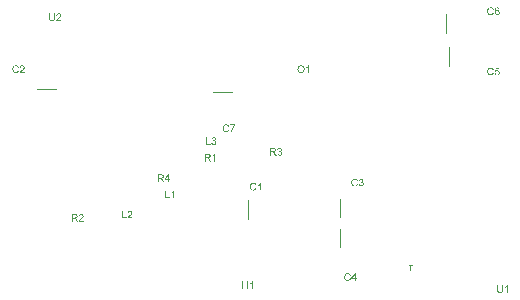
<source format=gto>
G04*
G04 #@! TF.GenerationSoftware,Altium Limited,Altium Designer,22.8.2 (66)*
G04*
G04 Layer_Color=65535*
%FSLAX44Y44*%
%MOMM*%
G71*
G04*
G04 #@! TF.SameCoordinates,52C54432-6914-4BE2-A169-96465BD4BA84*
G04*
G04*
G04 #@! TF.FilePolarity,Positive*
G04*
G01*
G75*
%ADD10C,0.1000*%
G36*
X1381902Y1230537D02*
Y1230527D01*
Y1230498D01*
Y1230449D01*
Y1230381D01*
X1381893Y1230293D01*
Y1230205D01*
X1381883Y1230098D01*
X1381873Y1229981D01*
X1381844Y1229737D01*
X1381805Y1229483D01*
X1381756Y1229230D01*
X1381678Y1229005D01*
Y1228996D01*
X1381668Y1228976D01*
X1381659Y1228947D01*
X1381639Y1228908D01*
X1381581Y1228810D01*
X1381503Y1228674D01*
X1381395Y1228528D01*
X1381259Y1228371D01*
X1381083Y1228225D01*
X1380888Y1228079D01*
X1380878D01*
X1380859Y1228059D01*
X1380830Y1228049D01*
X1380781Y1228020D01*
X1380732Y1228001D01*
X1380664Y1227971D01*
X1380576Y1227933D01*
X1380488Y1227903D01*
X1380391Y1227874D01*
X1380274Y1227835D01*
X1380157Y1227806D01*
X1380020Y1227786D01*
X1379727Y1227747D01*
X1379396Y1227728D01*
X1379308D01*
X1379250Y1227737D01*
X1379171D01*
X1379084Y1227747D01*
X1378986Y1227757D01*
X1378879Y1227767D01*
X1378645Y1227806D01*
X1378401Y1227855D01*
X1378147Y1227933D01*
X1377923Y1228030D01*
X1377913D01*
X1377894Y1228049D01*
X1377874Y1228059D01*
X1377835Y1228089D01*
X1377728Y1228157D01*
X1377611Y1228264D01*
X1377474Y1228391D01*
X1377348Y1228537D01*
X1377221Y1228723D01*
X1377113Y1228927D01*
Y1228937D01*
X1377104Y1228957D01*
X1377094Y1228986D01*
X1377074Y1229035D01*
X1377055Y1229093D01*
X1377035Y1229171D01*
X1377016Y1229259D01*
X1376996Y1229357D01*
X1376967Y1229464D01*
X1376948Y1229581D01*
X1376928Y1229717D01*
X1376909Y1229854D01*
X1376889Y1230010D01*
X1376879Y1230176D01*
X1376870Y1230351D01*
Y1230537D01*
Y1234243D01*
X1377718D01*
Y1230537D01*
Y1230527D01*
Y1230498D01*
Y1230459D01*
Y1230400D01*
Y1230332D01*
X1377728Y1230254D01*
X1377738Y1230069D01*
X1377757Y1229874D01*
X1377777Y1229669D01*
X1377816Y1229474D01*
X1377835Y1229386D01*
X1377865Y1229308D01*
X1377874Y1229288D01*
X1377894Y1229240D01*
X1377933Y1229171D01*
X1377991Y1229083D01*
X1378060Y1228986D01*
X1378157Y1228879D01*
X1378264Y1228781D01*
X1378401Y1228693D01*
X1378420Y1228683D01*
X1378469Y1228664D01*
X1378547Y1228625D01*
X1378654Y1228596D01*
X1378791Y1228557D01*
X1378947Y1228518D01*
X1379123Y1228498D01*
X1379318Y1228488D01*
X1379406D01*
X1379474Y1228498D01*
X1379552D01*
X1379640Y1228508D01*
X1379835Y1228537D01*
X1380059Y1228596D01*
X1380274Y1228664D01*
X1380478Y1228771D01*
X1380576Y1228830D01*
X1380654Y1228908D01*
Y1228918D01*
X1380674Y1228927D01*
X1380693Y1228957D01*
X1380712Y1228996D01*
X1380751Y1229044D01*
X1380781Y1229103D01*
X1380820Y1229181D01*
X1380859Y1229269D01*
X1380888Y1229376D01*
X1380927Y1229493D01*
X1380966Y1229620D01*
X1380995Y1229776D01*
X1381015Y1229942D01*
X1381034Y1230117D01*
X1381054Y1230322D01*
Y1230537D01*
Y1234243D01*
X1381902D01*
Y1230537D01*
D02*
G37*
G36*
X1385267Y1234263D02*
X1385345Y1234253D01*
X1385433Y1234243D01*
X1385531Y1234233D01*
X1385638Y1234204D01*
X1385872Y1234146D01*
X1386116Y1234058D01*
X1386243Y1233999D01*
X1386360Y1233931D01*
X1386467Y1233843D01*
X1386574Y1233755D01*
X1386584Y1233746D01*
X1386594Y1233736D01*
X1386623Y1233707D01*
X1386662Y1233668D01*
X1386701Y1233609D01*
X1386750Y1233551D01*
X1386848Y1233404D01*
X1386945Y1233219D01*
X1387033Y1233004D01*
X1387101Y1232760D01*
X1387111Y1232624D01*
X1387121Y1232487D01*
Y1232468D01*
Y1232419D01*
X1387111Y1232341D01*
X1387101Y1232244D01*
X1387082Y1232126D01*
X1387052Y1232000D01*
X1387013Y1231863D01*
X1386955Y1231727D01*
X1386945Y1231707D01*
X1386926Y1231658D01*
X1386887Y1231590D01*
X1386828Y1231493D01*
X1386760Y1231376D01*
X1386672Y1231239D01*
X1386555Y1231102D01*
X1386428Y1230946D01*
X1386409Y1230927D01*
X1386360Y1230868D01*
X1386272Y1230780D01*
X1386214Y1230722D01*
X1386145Y1230654D01*
X1386067Y1230576D01*
X1385970Y1230488D01*
X1385872Y1230400D01*
X1385765Y1230293D01*
X1385648Y1230186D01*
X1385511Y1230069D01*
X1385375Y1229951D01*
X1385219Y1229815D01*
X1385209Y1229805D01*
X1385189Y1229786D01*
X1385150Y1229756D01*
X1385102Y1229717D01*
X1384985Y1229620D01*
X1384838Y1229493D01*
X1384692Y1229357D01*
X1384536Y1229220D01*
X1384409Y1229103D01*
X1384360Y1229054D01*
X1384312Y1229005D01*
X1384302Y1228996D01*
X1384282Y1228966D01*
X1384243Y1228927D01*
X1384195Y1228869D01*
X1384087Y1228742D01*
X1383980Y1228586D01*
X1387130D01*
Y1227835D01*
X1382888D01*
Y1227845D01*
Y1227884D01*
Y1227942D01*
X1382897Y1228010D01*
X1382907Y1228089D01*
X1382917Y1228176D01*
X1382946Y1228274D01*
X1382975Y1228371D01*
Y1228381D01*
X1382985Y1228391D01*
X1383005Y1228449D01*
X1383044Y1228528D01*
X1383102Y1228644D01*
X1383170Y1228771D01*
X1383268Y1228918D01*
X1383365Y1229064D01*
X1383492Y1229220D01*
Y1229230D01*
X1383512Y1229240D01*
X1383561Y1229298D01*
X1383639Y1229386D01*
X1383756Y1229503D01*
X1383902Y1229639D01*
X1384077Y1229805D01*
X1384292Y1229990D01*
X1384526Y1230195D01*
X1384536Y1230205D01*
X1384575Y1230234D01*
X1384624Y1230273D01*
X1384692Y1230342D01*
X1384780Y1230410D01*
X1384877Y1230498D01*
X1385092Y1230683D01*
X1385326Y1230907D01*
X1385560Y1231132D01*
X1385677Y1231239D01*
X1385775Y1231346D01*
X1385862Y1231453D01*
X1385941Y1231551D01*
Y1231561D01*
X1385960Y1231571D01*
X1385979Y1231600D01*
X1385999Y1231639D01*
X1386057Y1231736D01*
X1386126Y1231863D01*
X1386194Y1232010D01*
X1386253Y1232166D01*
X1386292Y1232341D01*
X1386311Y1232507D01*
Y1232517D01*
Y1232526D01*
X1386301Y1232585D01*
X1386292Y1232673D01*
X1386272Y1232780D01*
X1386223Y1232907D01*
X1386165Y1233034D01*
X1386087Y1233170D01*
X1385970Y1233297D01*
X1385950Y1233307D01*
X1385911Y1233346D01*
X1385833Y1233394D01*
X1385736Y1233463D01*
X1385609Y1233521D01*
X1385462Y1233570D01*
X1385287Y1233609D01*
X1385092Y1233619D01*
X1385033D01*
X1384994Y1233609D01*
X1384897Y1233599D01*
X1384770Y1233580D01*
X1384624Y1233531D01*
X1384468Y1233473D01*
X1384321Y1233385D01*
X1384185Y1233268D01*
X1384175Y1233248D01*
X1384136Y1233209D01*
X1384077Y1233131D01*
X1384019Y1233024D01*
X1383951Y1232887D01*
X1383902Y1232731D01*
X1383863Y1232546D01*
X1383843Y1232331D01*
X1383034Y1232419D01*
Y1232429D01*
Y1232458D01*
X1383044Y1232507D01*
X1383053Y1232566D01*
X1383073Y1232644D01*
X1383083Y1232731D01*
X1383141Y1232926D01*
X1383219Y1233151D01*
X1383327Y1233375D01*
X1383473Y1233599D01*
X1383551Y1233697D01*
X1383648Y1233794D01*
X1383658Y1233804D01*
X1383678Y1233814D01*
X1383707Y1233843D01*
X1383746Y1233872D01*
X1383804Y1233902D01*
X1383873Y1233951D01*
X1383951Y1233989D01*
X1384039Y1234038D01*
X1384136Y1234077D01*
X1384243Y1234126D01*
X1384370Y1234165D01*
X1384497Y1234194D01*
X1384789Y1234253D01*
X1384946Y1234263D01*
X1385111Y1234272D01*
X1385199D01*
X1385267Y1234263D01*
D02*
G37*
G36*
X1761121Y1000377D02*
Y1000367D01*
Y1000338D01*
Y1000289D01*
Y1000221D01*
X1761111Y1000133D01*
Y1000045D01*
X1761101Y999938D01*
X1761091Y999821D01*
X1761062Y999577D01*
X1761023Y999324D01*
X1760974Y999070D01*
X1760896Y998846D01*
Y998836D01*
X1760887Y998817D01*
X1760877Y998787D01*
X1760857Y998748D01*
X1760799Y998651D01*
X1760721Y998514D01*
X1760614Y998368D01*
X1760477Y998212D01*
X1760302Y998066D01*
X1760106Y997919D01*
X1760097D01*
X1760077Y997900D01*
X1760048Y997890D01*
X1759999Y997861D01*
X1759950Y997841D01*
X1759882Y997812D01*
X1759794Y997773D01*
X1759707Y997744D01*
X1759609Y997714D01*
X1759492Y997675D01*
X1759375Y997646D01*
X1759238Y997627D01*
X1758946Y997588D01*
X1758614Y997568D01*
X1758526D01*
X1758468Y997578D01*
X1758390D01*
X1758302Y997588D01*
X1758204Y997597D01*
X1758097Y997607D01*
X1757863Y997646D01*
X1757619Y997695D01*
X1757366Y997773D01*
X1757141Y997870D01*
X1757132D01*
X1757112Y997890D01*
X1757092Y997900D01*
X1757054Y997929D01*
X1756946Y997997D01*
X1756829Y998105D01*
X1756693Y998231D01*
X1756566Y998378D01*
X1756439Y998563D01*
X1756332Y998768D01*
Y998778D01*
X1756322Y998797D01*
X1756312Y998826D01*
X1756293Y998875D01*
X1756273Y998934D01*
X1756254Y999012D01*
X1756234Y999099D01*
X1756215Y999197D01*
X1756185Y999304D01*
X1756166Y999421D01*
X1756146Y999558D01*
X1756127Y999694D01*
X1756107Y999850D01*
X1756098Y1000016D01*
X1756088Y1000192D01*
Y1000377D01*
Y1004083D01*
X1756936D01*
Y1000377D01*
Y1000367D01*
Y1000338D01*
Y1000299D01*
Y1000241D01*
Y1000172D01*
X1756946Y1000094D01*
X1756956Y999909D01*
X1756976Y999714D01*
X1756995Y999509D01*
X1757034Y999314D01*
X1757054Y999226D01*
X1757083Y999148D01*
X1757092Y999129D01*
X1757112Y999080D01*
X1757151Y999012D01*
X1757210Y998924D01*
X1757278Y998826D01*
X1757375Y998719D01*
X1757483Y998622D01*
X1757619Y998534D01*
X1757639Y998524D01*
X1757688Y998504D01*
X1757766Y998465D01*
X1757873Y998436D01*
X1758009Y998397D01*
X1758165Y998358D01*
X1758341Y998339D01*
X1758536Y998329D01*
X1758624D01*
X1758692Y998339D01*
X1758770D01*
X1758858Y998348D01*
X1759053Y998378D01*
X1759277Y998436D01*
X1759492Y998504D01*
X1759697Y998612D01*
X1759794Y998670D01*
X1759872Y998748D01*
Y998758D01*
X1759892Y998768D01*
X1759911Y998797D01*
X1759931Y998836D01*
X1759970Y998885D01*
X1759999Y998943D01*
X1760038Y999021D01*
X1760077Y999109D01*
X1760106Y999217D01*
X1760145Y999333D01*
X1760184Y999460D01*
X1760214Y999616D01*
X1760233Y999782D01*
X1760253Y999958D01*
X1760272Y1000163D01*
Y1000377D01*
Y1004083D01*
X1761121D01*
Y1000377D01*
D02*
G37*
G36*
X1765178Y997675D02*
X1764388D01*
Y1002689D01*
X1764379Y1002679D01*
X1764339Y1002640D01*
X1764271Y1002591D01*
X1764183Y1002523D01*
X1764076Y1002435D01*
X1763949Y1002347D01*
X1763803Y1002240D01*
X1763637Y1002143D01*
X1763627D01*
X1763618Y1002133D01*
X1763559Y1002094D01*
X1763471Y1002045D01*
X1763364Y1001986D01*
X1763237Y1001918D01*
X1763101Y1001860D01*
X1762955Y1001791D01*
X1762818Y1001733D01*
Y1002504D01*
X1762828D01*
X1762847Y1002513D01*
X1762886Y1002533D01*
X1762925Y1002562D01*
X1762984Y1002591D01*
X1763052Y1002620D01*
X1763208Y1002708D01*
X1763384Y1002816D01*
X1763579Y1002942D01*
X1763774Y1003089D01*
X1763959Y1003245D01*
X1763969Y1003254D01*
X1763979Y1003264D01*
X1764037Y1003323D01*
X1764125Y1003410D01*
X1764232Y1003518D01*
X1764349Y1003654D01*
X1764466Y1003801D01*
X1764574Y1003957D01*
X1764661Y1004113D01*
X1765178D01*
Y997675D01*
D02*
G37*
G36*
X1478206Y1093769D02*
X1479074D01*
Y1093047D01*
X1478206D01*
Y1091516D01*
X1477416D01*
Y1093047D01*
X1474637D01*
Y1093769D01*
X1477563Y1097914D01*
X1478206D01*
Y1093769D01*
D02*
G37*
G36*
X1471828Y1097914D02*
X1471906D01*
X1472101Y1097904D01*
X1472305Y1097885D01*
X1472520Y1097846D01*
X1472725Y1097807D01*
X1472822Y1097777D01*
X1472910Y1097748D01*
X1472920D01*
X1472930Y1097738D01*
X1472988Y1097719D01*
X1473066Y1097670D01*
X1473164Y1097602D01*
X1473281Y1097524D01*
X1473398Y1097416D01*
X1473515Y1097290D01*
X1473622Y1097134D01*
X1473632Y1097114D01*
X1473661Y1097056D01*
X1473710Y1096968D01*
X1473759Y1096851D01*
X1473808Y1096704D01*
X1473856Y1096539D01*
X1473885Y1096363D01*
X1473895Y1096168D01*
Y1096158D01*
Y1096139D01*
Y1096100D01*
X1473885Y1096051D01*
Y1095992D01*
X1473876Y1095924D01*
X1473837Y1095768D01*
X1473788Y1095583D01*
X1473710Y1095397D01*
X1473593Y1095202D01*
X1473525Y1095105D01*
X1473447Y1095017D01*
X1473427Y1094998D01*
X1473398Y1094978D01*
X1473369Y1094939D01*
X1473320Y1094910D01*
X1473261Y1094861D01*
X1473193Y1094822D01*
X1473115Y1094773D01*
X1473027Y1094725D01*
X1472920Y1094676D01*
X1472813Y1094627D01*
X1472686Y1094578D01*
X1472559Y1094529D01*
X1472413Y1094490D01*
X1472257Y1094461D01*
X1472091Y1094432D01*
X1472110Y1094422D01*
X1472149Y1094403D01*
X1472208Y1094373D01*
X1472276Y1094334D01*
X1472442Y1094227D01*
X1472530Y1094168D01*
X1472598Y1094110D01*
X1472617Y1094090D01*
X1472666Y1094052D01*
X1472735Y1093973D01*
X1472822Y1093876D01*
X1472930Y1093749D01*
X1473047Y1093603D01*
X1473174Y1093437D01*
X1473300Y1093252D01*
X1474412Y1091516D01*
X1473349D01*
X1472500Y1092842D01*
Y1092852D01*
X1472481Y1092871D01*
X1472462Y1092900D01*
X1472442Y1092940D01*
X1472374Y1093037D01*
X1472286Y1093164D01*
X1472188Y1093310D01*
X1472081Y1093456D01*
X1471983Y1093593D01*
X1471886Y1093720D01*
X1471876Y1093730D01*
X1471847Y1093769D01*
X1471798Y1093827D01*
X1471750Y1093895D01*
X1471603Y1094032D01*
X1471535Y1094100D01*
X1471457Y1094149D01*
X1471447Y1094159D01*
X1471428Y1094168D01*
X1471389Y1094188D01*
X1471340Y1094217D01*
X1471223Y1094276D01*
X1471077Y1094325D01*
X1471067D01*
X1471047Y1094334D01*
X1471008D01*
X1470959Y1094344D01*
X1470891Y1094354D01*
X1470813D01*
X1470716Y1094364D01*
X1469623D01*
Y1091516D01*
X1468775D01*
Y1097924D01*
X1471750D01*
X1471828Y1097914D01*
D02*
G37*
G36*
X1572160Y1120263D02*
X1572287Y1120243D01*
X1572433Y1120214D01*
X1572599Y1120175D01*
X1572765Y1120116D01*
X1572931Y1120038D01*
X1572941D01*
X1572950Y1120029D01*
X1573009Y1119999D01*
X1573087Y1119950D01*
X1573184Y1119882D01*
X1573292Y1119794D01*
X1573409Y1119687D01*
X1573516Y1119560D01*
X1573613Y1119424D01*
X1573623Y1119404D01*
X1573652Y1119355D01*
X1573692Y1119277D01*
X1573730Y1119180D01*
X1573770Y1119053D01*
X1573808Y1118917D01*
X1573838Y1118770D01*
X1573848Y1118605D01*
Y1118585D01*
Y1118536D01*
X1573838Y1118458D01*
X1573818Y1118361D01*
X1573789Y1118244D01*
X1573750Y1118117D01*
X1573701Y1117980D01*
X1573623Y1117853D01*
X1573613Y1117834D01*
X1573584Y1117795D01*
X1573526Y1117736D01*
X1573457Y1117658D01*
X1573360Y1117571D01*
X1573253Y1117483D01*
X1573116Y1117385D01*
X1572960Y1117307D01*
X1572970D01*
X1572989Y1117298D01*
X1573018D01*
X1573058Y1117278D01*
X1573155Y1117249D01*
X1573282Y1117190D01*
X1573418Y1117122D01*
X1573565Y1117024D01*
X1573711Y1116907D01*
X1573838Y1116761D01*
X1573848Y1116741D01*
X1573887Y1116683D01*
X1573935Y1116595D01*
X1574004Y1116478D01*
X1574062Y1116332D01*
X1574111Y1116156D01*
X1574150Y1115952D01*
X1574160Y1115727D01*
Y1115717D01*
Y1115688D01*
Y1115649D01*
X1574150Y1115591D01*
X1574140Y1115513D01*
X1574130Y1115434D01*
X1574111Y1115337D01*
X1574082Y1115239D01*
X1574013Y1115015D01*
X1573965Y1114888D01*
X1573896Y1114771D01*
X1573828Y1114654D01*
X1573750Y1114537D01*
X1573652Y1114420D01*
X1573545Y1114303D01*
X1573535Y1114293D01*
X1573516Y1114274D01*
X1573487Y1114254D01*
X1573438Y1114215D01*
X1573379Y1114167D01*
X1573301Y1114118D01*
X1573214Y1114069D01*
X1573126Y1114020D01*
X1573018Y1113962D01*
X1572901Y1113913D01*
X1572775Y1113864D01*
X1572638Y1113816D01*
X1572492Y1113776D01*
X1572336Y1113757D01*
X1572170Y1113737D01*
X1572004Y1113728D01*
X1571926D01*
X1571868Y1113737D01*
X1571790Y1113747D01*
X1571711Y1113757D01*
X1571614Y1113767D01*
X1571516Y1113786D01*
X1571292Y1113845D01*
X1571058Y1113942D01*
X1570941Y1113991D01*
X1570834Y1114059D01*
X1570717Y1114137D01*
X1570609Y1114225D01*
X1570600Y1114235D01*
X1570590Y1114245D01*
X1570561Y1114274D01*
X1570522Y1114313D01*
X1570483Y1114371D01*
X1570434Y1114430D01*
X1570375Y1114498D01*
X1570327Y1114576D01*
X1570210Y1114771D01*
X1570112Y1114996D01*
X1570024Y1115249D01*
X1569995Y1115386D01*
X1569975Y1115532D01*
X1570765Y1115639D01*
Y1115630D01*
X1570775Y1115610D01*
Y1115571D01*
X1570795Y1115532D01*
X1570824Y1115415D01*
X1570873Y1115269D01*
X1570931Y1115113D01*
X1571009Y1114947D01*
X1571107Y1114801D01*
X1571214Y1114674D01*
X1571234Y1114664D01*
X1571273Y1114625D01*
X1571341Y1114586D01*
X1571438Y1114528D01*
X1571546Y1114479D01*
X1571682Y1114430D01*
X1571838Y1114391D01*
X1572004Y1114381D01*
X1572063D01*
X1572102Y1114391D01*
X1572199Y1114401D01*
X1572326Y1114430D01*
X1572482Y1114479D01*
X1572638Y1114537D01*
X1572794Y1114635D01*
X1572941Y1114762D01*
X1572960Y1114781D01*
X1572999Y1114830D01*
X1573058Y1114908D01*
X1573136Y1115025D01*
X1573204Y1115161D01*
X1573262Y1115327D01*
X1573301Y1115513D01*
X1573321Y1115717D01*
Y1115727D01*
Y1115737D01*
Y1115766D01*
X1573311Y1115805D01*
X1573301Y1115903D01*
X1573272Y1116030D01*
X1573233Y1116166D01*
X1573165Y1116322D01*
X1573077Y1116468D01*
X1572960Y1116605D01*
X1572941Y1116625D01*
X1572901Y1116664D01*
X1572823Y1116712D01*
X1572716Y1116780D01*
X1572589Y1116849D01*
X1572433Y1116898D01*
X1572267Y1116937D01*
X1572072Y1116956D01*
X1571985D01*
X1571916Y1116946D01*
X1571838Y1116937D01*
X1571741Y1116927D01*
X1571633Y1116907D01*
X1571516Y1116878D01*
X1571604Y1117571D01*
X1571653D01*
X1571692Y1117561D01*
X1571819D01*
X1571907Y1117571D01*
X1572033Y1117590D01*
X1572170Y1117619D01*
X1572316Y1117668D01*
X1572472Y1117727D01*
X1572628Y1117814D01*
X1572648Y1117824D01*
X1572697Y1117863D01*
X1572755Y1117932D01*
X1572833Y1118019D01*
X1572911Y1118127D01*
X1572970Y1118263D01*
X1573018Y1118429D01*
X1573038Y1118624D01*
Y1118634D01*
Y1118643D01*
Y1118692D01*
X1573018Y1118770D01*
X1572999Y1118878D01*
X1572970Y1118985D01*
X1572911Y1119102D01*
X1572843Y1119229D01*
X1572745Y1119336D01*
X1572736Y1119346D01*
X1572697Y1119385D01*
X1572628Y1119434D01*
X1572541Y1119482D01*
X1572433Y1119541D01*
X1572307Y1119580D01*
X1572160Y1119619D01*
X1571994Y1119629D01*
X1571916D01*
X1571829Y1119609D01*
X1571731Y1119590D01*
X1571604Y1119560D01*
X1571477Y1119502D01*
X1571351Y1119434D01*
X1571224Y1119336D01*
X1571214Y1119326D01*
X1571175Y1119287D01*
X1571126Y1119219D01*
X1571068Y1119121D01*
X1570999Y1119004D01*
X1570941Y1118858D01*
X1570883Y1118682D01*
X1570843Y1118478D01*
X1570053Y1118614D01*
Y1118624D01*
X1570063Y1118653D01*
X1570073Y1118692D01*
X1570083Y1118741D01*
X1570102Y1118809D01*
X1570122Y1118887D01*
X1570190Y1119063D01*
X1570268Y1119258D01*
X1570385Y1119463D01*
X1570522Y1119658D01*
X1570697Y1119833D01*
X1570707Y1119843D01*
X1570717Y1119853D01*
X1570746Y1119872D01*
X1570795Y1119902D01*
X1570843Y1119931D01*
X1570902Y1119970D01*
X1571048Y1120058D01*
X1571234Y1120136D01*
X1571458Y1120204D01*
X1571702Y1120253D01*
X1571838Y1120272D01*
X1572063D01*
X1572160Y1120263D01*
D02*
G37*
G36*
X1566893Y1120233D02*
X1566971D01*
X1567166Y1120224D01*
X1567371Y1120204D01*
X1567586Y1120165D01*
X1567791Y1120126D01*
X1567888Y1120097D01*
X1567976Y1120068D01*
X1567986D01*
X1567995Y1120058D01*
X1568054Y1120038D01*
X1568132Y1119989D01*
X1568230Y1119921D01*
X1568347Y1119843D01*
X1568464Y1119736D01*
X1568581Y1119609D01*
X1568688Y1119453D01*
X1568698Y1119434D01*
X1568727Y1119375D01*
X1568776Y1119287D01*
X1568824Y1119170D01*
X1568873Y1119024D01*
X1568922Y1118858D01*
X1568951Y1118682D01*
X1568961Y1118487D01*
Y1118478D01*
Y1118458D01*
Y1118419D01*
X1568951Y1118370D01*
Y1118312D01*
X1568941Y1118244D01*
X1568902Y1118087D01*
X1568854Y1117902D01*
X1568776Y1117717D01*
X1568659Y1117522D01*
X1568590Y1117424D01*
X1568512Y1117337D01*
X1568493Y1117317D01*
X1568464Y1117298D01*
X1568434Y1117259D01*
X1568385Y1117229D01*
X1568327Y1117180D01*
X1568259Y1117141D01*
X1568181Y1117093D01*
X1568093Y1117044D01*
X1567986Y1116995D01*
X1567878Y1116946D01*
X1567752Y1116898D01*
X1567625Y1116849D01*
X1567478Y1116810D01*
X1567322Y1116780D01*
X1567157Y1116751D01*
X1567176Y1116741D01*
X1567215Y1116722D01*
X1567274Y1116693D01*
X1567342Y1116654D01*
X1567508Y1116546D01*
X1567596Y1116488D01*
X1567664Y1116429D01*
X1567683Y1116410D01*
X1567732Y1116371D01*
X1567800Y1116293D01*
X1567888Y1116195D01*
X1567995Y1116068D01*
X1568112Y1115922D01*
X1568239Y1115756D01*
X1568366Y1115571D01*
X1569478Y1113835D01*
X1568415D01*
X1567566Y1115161D01*
Y1115171D01*
X1567547Y1115191D01*
X1567527Y1115220D01*
X1567508Y1115259D01*
X1567439Y1115357D01*
X1567352Y1115483D01*
X1567254Y1115630D01*
X1567147Y1115776D01*
X1567049Y1115912D01*
X1566952Y1116039D01*
X1566942Y1116049D01*
X1566913Y1116088D01*
X1566864Y1116147D01*
X1566815Y1116215D01*
X1566669Y1116351D01*
X1566601Y1116420D01*
X1566523Y1116468D01*
X1566513Y1116478D01*
X1566493Y1116488D01*
X1566454Y1116507D01*
X1566406Y1116537D01*
X1566288Y1116595D01*
X1566142Y1116644D01*
X1566133D01*
X1566113Y1116654D01*
X1566074D01*
X1566025Y1116664D01*
X1565957Y1116673D01*
X1565879D01*
X1565781Y1116683D01*
X1564689D01*
Y1113835D01*
X1563840D01*
Y1120243D01*
X1566815D01*
X1566893Y1120233D01*
D02*
G37*
G36*
X1404267Y1064209D02*
X1404346Y1064199D01*
X1404433Y1064189D01*
X1404531Y1064180D01*
X1404638Y1064150D01*
X1404872Y1064092D01*
X1405116Y1064004D01*
X1405243Y1063946D01*
X1405360Y1063877D01*
X1405467Y1063790D01*
X1405574Y1063702D01*
X1405584Y1063692D01*
X1405594Y1063682D01*
X1405623Y1063653D01*
X1405662Y1063614D01*
X1405701Y1063556D01*
X1405750Y1063497D01*
X1405847Y1063351D01*
X1405945Y1063165D01*
X1406033Y1062951D01*
X1406101Y1062707D01*
X1406111Y1062570D01*
X1406121Y1062434D01*
Y1062414D01*
Y1062365D01*
X1406111Y1062288D01*
X1406101Y1062190D01*
X1406082Y1062073D01*
X1406052Y1061946D01*
X1406013Y1061810D01*
X1405955Y1061673D01*
X1405945Y1061654D01*
X1405926Y1061605D01*
X1405887Y1061536D01*
X1405828Y1061439D01*
X1405760Y1061322D01*
X1405672Y1061185D01*
X1405555Y1061049D01*
X1405428Y1060893D01*
X1405409Y1060873D01*
X1405360Y1060815D01*
X1405272Y1060727D01*
X1405213Y1060668D01*
X1405145Y1060600D01*
X1405067Y1060522D01*
X1404970Y1060434D01*
X1404872Y1060347D01*
X1404765Y1060239D01*
X1404648Y1060132D01*
X1404511Y1060015D01*
X1404375Y1059898D01*
X1404219Y1059761D01*
X1404209Y1059752D01*
X1404189Y1059732D01*
X1404150Y1059703D01*
X1404102Y1059664D01*
X1403985Y1059566D01*
X1403838Y1059439D01*
X1403692Y1059303D01*
X1403536Y1059166D01*
X1403409Y1059049D01*
X1403360Y1059000D01*
X1403312Y1058952D01*
X1403302Y1058942D01*
X1403282Y1058913D01*
X1403243Y1058874D01*
X1403195Y1058815D01*
X1403087Y1058688D01*
X1402980Y1058532D01*
X1406130D01*
Y1057781D01*
X1401888D01*
Y1057791D01*
Y1057830D01*
Y1057889D01*
X1401897Y1057957D01*
X1401907Y1058035D01*
X1401917Y1058123D01*
X1401946Y1058220D01*
X1401975Y1058318D01*
Y1058327D01*
X1401985Y1058337D01*
X1402005Y1058396D01*
X1402044Y1058474D01*
X1402102Y1058591D01*
X1402170Y1058718D01*
X1402268Y1058864D01*
X1402366Y1059010D01*
X1402492Y1059166D01*
Y1059176D01*
X1402512Y1059186D01*
X1402561Y1059244D01*
X1402639Y1059332D01*
X1402756Y1059449D01*
X1402902Y1059586D01*
X1403078Y1059752D01*
X1403292Y1059937D01*
X1403526Y1060142D01*
X1403536Y1060151D01*
X1403575Y1060181D01*
X1403624Y1060220D01*
X1403692Y1060288D01*
X1403780Y1060356D01*
X1403877Y1060444D01*
X1404092Y1060629D01*
X1404326Y1060854D01*
X1404560Y1061078D01*
X1404677Y1061185D01*
X1404775Y1061293D01*
X1404862Y1061400D01*
X1404940Y1061497D01*
Y1061507D01*
X1404960Y1061517D01*
X1404980Y1061546D01*
X1404999Y1061585D01*
X1405058Y1061683D01*
X1405126Y1061810D01*
X1405194Y1061956D01*
X1405253Y1062112D01*
X1405292Y1062288D01*
X1405311Y1062453D01*
Y1062463D01*
Y1062473D01*
X1405301Y1062531D01*
X1405292Y1062619D01*
X1405272Y1062726D01*
X1405223Y1062853D01*
X1405165Y1062980D01*
X1405087Y1063117D01*
X1404970Y1063243D01*
X1404950Y1063253D01*
X1404911Y1063292D01*
X1404833Y1063341D01*
X1404736Y1063409D01*
X1404609Y1063468D01*
X1404462Y1063516D01*
X1404287Y1063556D01*
X1404092Y1063565D01*
X1404033D01*
X1403994Y1063556D01*
X1403897Y1063546D01*
X1403770Y1063526D01*
X1403624Y1063477D01*
X1403468Y1063419D01*
X1403321Y1063331D01*
X1403185Y1063214D01*
X1403175Y1063195D01*
X1403136Y1063156D01*
X1403078Y1063077D01*
X1403019Y1062970D01*
X1402951Y1062834D01*
X1402902Y1062678D01*
X1402863Y1062492D01*
X1402843Y1062278D01*
X1402034Y1062365D01*
Y1062375D01*
Y1062404D01*
X1402044Y1062453D01*
X1402053Y1062512D01*
X1402073Y1062590D01*
X1402083Y1062678D01*
X1402141Y1062873D01*
X1402219Y1063097D01*
X1402327Y1063321D01*
X1402473Y1063546D01*
X1402551Y1063643D01*
X1402648Y1063741D01*
X1402658Y1063751D01*
X1402678Y1063760D01*
X1402707Y1063790D01*
X1402746Y1063819D01*
X1402804Y1063848D01*
X1402873Y1063897D01*
X1402951Y1063936D01*
X1403038Y1063985D01*
X1403136Y1064024D01*
X1403243Y1064072D01*
X1403370Y1064111D01*
X1403497Y1064141D01*
X1403790Y1064199D01*
X1403946Y1064209D01*
X1404111Y1064219D01*
X1404199D01*
X1404267Y1064209D01*
D02*
G37*
G36*
X1398922Y1064180D02*
X1399001D01*
X1399196Y1064170D01*
X1399400Y1064150D01*
X1399615Y1064111D01*
X1399820Y1064072D01*
X1399917Y1064043D01*
X1400005Y1064014D01*
X1400015D01*
X1400025Y1064004D01*
X1400083Y1063985D01*
X1400161Y1063936D01*
X1400259Y1063868D01*
X1400376Y1063790D01*
X1400493Y1063682D01*
X1400610Y1063556D01*
X1400717Y1063399D01*
X1400727Y1063380D01*
X1400756Y1063321D01*
X1400805Y1063234D01*
X1400854Y1063117D01*
X1400903Y1062970D01*
X1400951Y1062804D01*
X1400981Y1062629D01*
X1400990Y1062434D01*
Y1062424D01*
Y1062404D01*
Y1062365D01*
X1400981Y1062317D01*
Y1062258D01*
X1400971Y1062190D01*
X1400932Y1062034D01*
X1400883Y1061849D01*
X1400805Y1061663D01*
X1400688Y1061468D01*
X1400620Y1061371D01*
X1400542Y1061283D01*
X1400522Y1061263D01*
X1400493Y1061244D01*
X1400464Y1061205D01*
X1400415Y1061176D01*
X1400356Y1061127D01*
X1400288Y1061088D01*
X1400210Y1061039D01*
X1400122Y1060990D01*
X1400015Y1060941D01*
X1399908Y1060893D01*
X1399781Y1060844D01*
X1399654Y1060795D01*
X1399508Y1060756D01*
X1399352Y1060727D01*
X1399186Y1060698D01*
X1399205Y1060688D01*
X1399244Y1060668D01*
X1399303Y1060639D01*
X1399371Y1060600D01*
X1399537Y1060493D01*
X1399625Y1060434D01*
X1399693Y1060376D01*
X1399713Y1060356D01*
X1399761Y1060317D01*
X1399830Y1060239D01*
X1399917Y1060142D01*
X1400025Y1060015D01*
X1400142Y1059869D01*
X1400269Y1059703D01*
X1400395Y1059518D01*
X1401507Y1057781D01*
X1400444D01*
X1399595Y1059108D01*
Y1059118D01*
X1399576Y1059137D01*
X1399556Y1059166D01*
X1399537Y1059205D01*
X1399469Y1059303D01*
X1399381Y1059430D01*
X1399283Y1059576D01*
X1399176Y1059722D01*
X1399079Y1059859D01*
X1398981Y1059986D01*
X1398971Y1059995D01*
X1398942Y1060034D01*
X1398893Y1060093D01*
X1398844Y1060161D01*
X1398698Y1060298D01*
X1398630Y1060366D01*
X1398552Y1060415D01*
X1398542Y1060424D01*
X1398523Y1060434D01*
X1398484Y1060454D01*
X1398435Y1060483D01*
X1398318Y1060542D01*
X1398171Y1060590D01*
X1398162D01*
X1398142Y1060600D01*
X1398103D01*
X1398054Y1060610D01*
X1397986Y1060620D01*
X1397908D01*
X1397811Y1060629D01*
X1396718D01*
Y1057781D01*
X1395870D01*
Y1064189D01*
X1398844D01*
X1398922Y1064180D01*
D02*
G37*
G36*
X1517545Y1108781D02*
X1516755D01*
Y1113795D01*
X1516745Y1113785D01*
X1516706Y1113746D01*
X1516638Y1113697D01*
X1516550Y1113629D01*
X1516443Y1113541D01*
X1516316Y1113453D01*
X1516170Y1113346D01*
X1516004Y1113249D01*
X1515994D01*
X1515985Y1113239D01*
X1515926Y1113200D01*
X1515838Y1113151D01*
X1515731Y1113092D01*
X1515604Y1113024D01*
X1515468Y1112966D01*
X1515321Y1112897D01*
X1515185Y1112839D01*
Y1113609D01*
X1515195D01*
X1515214Y1113619D01*
X1515253Y1113639D01*
X1515292Y1113668D01*
X1515351Y1113697D01*
X1515419Y1113726D01*
X1515575Y1113814D01*
X1515750Y1113922D01*
X1515946Y1114048D01*
X1516141Y1114195D01*
X1516326Y1114351D01*
X1516336Y1114360D01*
X1516346Y1114370D01*
X1516404Y1114429D01*
X1516492Y1114516D01*
X1516599Y1114624D01*
X1516716Y1114760D01*
X1516833Y1114907D01*
X1516940Y1115063D01*
X1517028Y1115219D01*
X1517545D01*
Y1108781D01*
D02*
G37*
G36*
X1511508Y1115180D02*
X1511586D01*
X1511781Y1115170D01*
X1511986Y1115150D01*
X1512200Y1115111D01*
X1512405Y1115072D01*
X1512503Y1115043D01*
X1512590Y1115014D01*
X1512600D01*
X1512610Y1115004D01*
X1512668Y1114985D01*
X1512746Y1114936D01*
X1512844Y1114868D01*
X1512961Y1114790D01*
X1513078Y1114682D01*
X1513195Y1114556D01*
X1513302Y1114399D01*
X1513312Y1114380D01*
X1513341Y1114321D01*
X1513390Y1114234D01*
X1513439Y1114117D01*
X1513488Y1113970D01*
X1513536Y1113804D01*
X1513566Y1113629D01*
X1513575Y1113434D01*
Y1113424D01*
Y1113404D01*
Y1113365D01*
X1513566Y1113317D01*
Y1113258D01*
X1513556Y1113190D01*
X1513517Y1113034D01*
X1513468Y1112849D01*
X1513390Y1112663D01*
X1513273Y1112468D01*
X1513205Y1112371D01*
X1513127Y1112283D01*
X1513107Y1112263D01*
X1513078Y1112244D01*
X1513049Y1112205D01*
X1513000Y1112176D01*
X1512941Y1112127D01*
X1512873Y1112088D01*
X1512795Y1112039D01*
X1512707Y1111990D01*
X1512600Y1111942D01*
X1512493Y1111893D01*
X1512366Y1111844D01*
X1512239Y1111795D01*
X1512093Y1111756D01*
X1511937Y1111727D01*
X1511771Y1111698D01*
X1511791Y1111688D01*
X1511830Y1111668D01*
X1511888Y1111639D01*
X1511956Y1111600D01*
X1512122Y1111493D01*
X1512210Y1111434D01*
X1512278Y1111376D01*
X1512298Y1111356D01*
X1512346Y1111317D01*
X1512415Y1111239D01*
X1512503Y1111142D01*
X1512610Y1111015D01*
X1512727Y1110869D01*
X1512854Y1110703D01*
X1512980Y1110518D01*
X1514092Y1108781D01*
X1513029D01*
X1512181Y1110108D01*
Y1110118D01*
X1512161Y1110137D01*
X1512142Y1110166D01*
X1512122Y1110205D01*
X1512054Y1110303D01*
X1511966Y1110430D01*
X1511869Y1110576D01*
X1511761Y1110722D01*
X1511664Y1110859D01*
X1511566Y1110986D01*
X1511557Y1110995D01*
X1511527Y1111034D01*
X1511478Y1111093D01*
X1511430Y1111161D01*
X1511283Y1111298D01*
X1511215Y1111366D01*
X1511137Y1111415D01*
X1511127Y1111424D01*
X1511108Y1111434D01*
X1511069Y1111454D01*
X1511020Y1111483D01*
X1510903Y1111542D01*
X1510757Y1111590D01*
X1510747D01*
X1510727Y1111600D01*
X1510688D01*
X1510640Y1111610D01*
X1510571Y1111620D01*
X1510493D01*
X1510396Y1111629D01*
X1509303D01*
Y1108781D01*
X1508455D01*
Y1115189D01*
X1511430D01*
X1511508Y1115180D01*
D02*
G37*
G36*
X1596930Y1183796D02*
X1596140D01*
Y1188809D01*
X1596131Y1188800D01*
X1596092Y1188761D01*
X1596023Y1188712D01*
X1595936Y1188643D01*
X1595828Y1188556D01*
X1595701Y1188468D01*
X1595555Y1188361D01*
X1595389Y1188263D01*
X1595380D01*
X1595370Y1188253D01*
X1595311Y1188214D01*
X1595224Y1188166D01*
X1595116Y1188107D01*
X1594989Y1188039D01*
X1594853Y1187980D01*
X1594707Y1187912D01*
X1594570Y1187853D01*
Y1188624D01*
X1594580D01*
X1594599Y1188634D01*
X1594638Y1188653D01*
X1594677Y1188682D01*
X1594736Y1188712D01*
X1594804Y1188741D01*
X1594960Y1188829D01*
X1595136Y1188936D01*
X1595331Y1189063D01*
X1595526Y1189209D01*
X1595711Y1189365D01*
X1595721Y1189375D01*
X1595731Y1189385D01*
X1595789Y1189443D01*
X1595877Y1189531D01*
X1595984Y1189638D01*
X1596101Y1189775D01*
X1596218Y1189921D01*
X1596326Y1190077D01*
X1596414Y1190233D01*
X1596930D01*
Y1183796D01*
D02*
G37*
G36*
X1590278Y1190302D02*
X1590356D01*
X1590454Y1190292D01*
X1590552Y1190272D01*
X1590669Y1190263D01*
X1590912Y1190204D01*
X1591186Y1190126D01*
X1591459Y1190029D01*
X1591595Y1189960D01*
X1591732Y1189882D01*
X1591741D01*
X1591761Y1189863D01*
X1591800Y1189843D01*
X1591849Y1189804D01*
X1591907Y1189765D01*
X1591976Y1189707D01*
X1592132Y1189580D01*
X1592307Y1189414D01*
X1592493Y1189209D01*
X1592658Y1188975D01*
X1592814Y1188702D01*
Y1188692D01*
X1592834Y1188663D01*
X1592853Y1188624D01*
X1592873Y1188565D01*
X1592902Y1188497D01*
X1592932Y1188409D01*
X1592970Y1188312D01*
X1593009Y1188205D01*
X1593039Y1188078D01*
X1593078Y1187951D01*
X1593136Y1187658D01*
X1593175Y1187337D01*
X1593195Y1186985D01*
Y1186976D01*
Y1186946D01*
Y1186888D01*
X1593185Y1186820D01*
Y1186732D01*
X1593175Y1186634D01*
X1593165Y1186527D01*
X1593146Y1186400D01*
X1593097Y1186127D01*
X1593029Y1185834D01*
X1592932Y1185532D01*
X1592795Y1185239D01*
Y1185230D01*
X1592775Y1185210D01*
X1592756Y1185171D01*
X1592727Y1185113D01*
X1592678Y1185054D01*
X1592629Y1184976D01*
X1592512Y1184810D01*
X1592356Y1184625D01*
X1592161Y1184430D01*
X1591937Y1184245D01*
X1591683Y1184079D01*
X1591673D01*
X1591654Y1184059D01*
X1591615Y1184040D01*
X1591556Y1184020D01*
X1591488Y1183991D01*
X1591410Y1183952D01*
X1591322Y1183923D01*
X1591215Y1183884D01*
X1590990Y1183815D01*
X1590727Y1183747D01*
X1590435Y1183708D01*
X1590132Y1183689D01*
X1590044D01*
X1589976Y1183698D01*
X1589898D01*
X1589810Y1183708D01*
X1589703Y1183728D01*
X1589586Y1183747D01*
X1589342Y1183796D01*
X1589069Y1183874D01*
X1588786Y1183981D01*
X1588650Y1184040D01*
X1588513Y1184118D01*
X1588503Y1184128D01*
X1588484Y1184137D01*
X1588445Y1184167D01*
X1588396Y1184196D01*
X1588338Y1184245D01*
X1588269Y1184293D01*
X1588113Y1184430D01*
X1587938Y1184605D01*
X1587752Y1184801D01*
X1587587Y1185044D01*
X1587430Y1185308D01*
Y1185318D01*
X1587411Y1185347D01*
X1587401Y1185386D01*
X1587372Y1185444D01*
X1587343Y1185513D01*
X1587313Y1185591D01*
X1587284Y1185688D01*
X1587255Y1185795D01*
X1587216Y1185912D01*
X1587187Y1186030D01*
X1587128Y1186303D01*
X1587089Y1186595D01*
X1587070Y1186907D01*
Y1186927D01*
Y1186976D01*
X1587079Y1187063D01*
Y1187171D01*
X1587099Y1187307D01*
X1587118Y1187463D01*
X1587138Y1187629D01*
X1587177Y1187824D01*
X1587226Y1188019D01*
X1587274Y1188224D01*
X1587343Y1188429D01*
X1587430Y1188634D01*
X1587528Y1188839D01*
X1587635Y1189043D01*
X1587772Y1189229D01*
X1587918Y1189404D01*
X1587928Y1189414D01*
X1587957Y1189443D01*
X1588006Y1189492D01*
X1588074Y1189551D01*
X1588162Y1189619D01*
X1588259Y1189687D01*
X1588376Y1189775D01*
X1588513Y1189863D01*
X1588669Y1189941D01*
X1588835Y1190029D01*
X1589020Y1190097D01*
X1589215Y1190175D01*
X1589420Y1190224D01*
X1589644Y1190272D01*
X1589888Y1190302D01*
X1590132Y1190311D01*
X1590220D01*
X1590278Y1190302D01*
D02*
G37*
G36*
X1516443Y1129263D02*
X1516570Y1129243D01*
X1516716Y1129214D01*
X1516882Y1129175D01*
X1517048Y1129116D01*
X1517214Y1129038D01*
X1517224D01*
X1517233Y1129028D01*
X1517292Y1128999D01*
X1517370Y1128951D01*
X1517467Y1128882D01*
X1517575Y1128794D01*
X1517692Y1128687D01*
X1517799Y1128560D01*
X1517897Y1128424D01*
X1517906Y1128404D01*
X1517936Y1128355D01*
X1517975Y1128278D01*
X1518014Y1128180D01*
X1518053Y1128053D01*
X1518092Y1127917D01*
X1518121Y1127770D01*
X1518131Y1127605D01*
Y1127585D01*
Y1127536D01*
X1518121Y1127458D01*
X1518101Y1127361D01*
X1518072Y1127244D01*
X1518033Y1127117D01*
X1517984Y1126980D01*
X1517906Y1126853D01*
X1517897Y1126834D01*
X1517867Y1126795D01*
X1517809Y1126736D01*
X1517740Y1126658D01*
X1517643Y1126571D01*
X1517536Y1126483D01*
X1517399Y1126385D01*
X1517243Y1126307D01*
X1517253D01*
X1517272Y1126298D01*
X1517302D01*
X1517341Y1126278D01*
X1517438Y1126249D01*
X1517565Y1126190D01*
X1517702Y1126122D01*
X1517848Y1126024D01*
X1517994Y1125907D01*
X1518121Y1125761D01*
X1518131Y1125742D01*
X1518170Y1125683D01*
X1518218Y1125595D01*
X1518287Y1125478D01*
X1518345Y1125332D01*
X1518394Y1125156D01*
X1518433Y1124951D01*
X1518443Y1124727D01*
Y1124717D01*
Y1124688D01*
Y1124649D01*
X1518433Y1124591D01*
X1518423Y1124513D01*
X1518414Y1124435D01*
X1518394Y1124337D01*
X1518365Y1124240D01*
X1518297Y1124015D01*
X1518248Y1123888D01*
X1518179Y1123771D01*
X1518111Y1123654D01*
X1518033Y1123537D01*
X1517936Y1123420D01*
X1517828Y1123303D01*
X1517818Y1123293D01*
X1517799Y1123274D01*
X1517770Y1123254D01*
X1517721Y1123215D01*
X1517663Y1123167D01*
X1517584Y1123118D01*
X1517497Y1123069D01*
X1517409Y1123020D01*
X1517302Y1122962D01*
X1517184Y1122913D01*
X1517058Y1122864D01*
X1516921Y1122815D01*
X1516775Y1122776D01*
X1516619Y1122757D01*
X1516453Y1122737D01*
X1516287Y1122728D01*
X1516209D01*
X1516151Y1122737D01*
X1516073Y1122747D01*
X1515995Y1122757D01*
X1515897Y1122767D01*
X1515800Y1122786D01*
X1515575Y1122845D01*
X1515341Y1122942D01*
X1515224Y1122991D01*
X1515117Y1123059D01*
X1515000Y1123137D01*
X1514892Y1123225D01*
X1514883Y1123235D01*
X1514873Y1123245D01*
X1514844Y1123274D01*
X1514805Y1123313D01*
X1514766Y1123371D01*
X1514717Y1123430D01*
X1514658Y1123498D01*
X1514610Y1123576D01*
X1514493Y1123771D01*
X1514395Y1123996D01*
X1514307Y1124249D01*
X1514278Y1124386D01*
X1514259Y1124532D01*
X1515049Y1124639D01*
Y1124630D01*
X1515058Y1124610D01*
Y1124571D01*
X1515078Y1124532D01*
X1515107Y1124415D01*
X1515156Y1124269D01*
X1515214Y1124113D01*
X1515292Y1123947D01*
X1515390Y1123801D01*
X1515497Y1123674D01*
X1515517Y1123664D01*
X1515556Y1123625D01*
X1515624Y1123586D01*
X1515721Y1123528D01*
X1515829Y1123479D01*
X1515965Y1123430D01*
X1516121Y1123391D01*
X1516287Y1123381D01*
X1516346D01*
X1516385Y1123391D01*
X1516482Y1123401D01*
X1516609Y1123430D01*
X1516765Y1123479D01*
X1516921Y1123537D01*
X1517077Y1123635D01*
X1517224Y1123762D01*
X1517243Y1123781D01*
X1517282Y1123830D01*
X1517341Y1123908D01*
X1517419Y1124025D01*
X1517487Y1124162D01*
X1517545Y1124327D01*
X1517584Y1124513D01*
X1517604Y1124717D01*
Y1124727D01*
Y1124737D01*
Y1124766D01*
X1517594Y1124805D01*
X1517584Y1124903D01*
X1517555Y1125030D01*
X1517516Y1125166D01*
X1517448Y1125322D01*
X1517360Y1125468D01*
X1517243Y1125605D01*
X1517224Y1125624D01*
X1517184Y1125664D01*
X1517106Y1125712D01*
X1516999Y1125781D01*
X1516872Y1125849D01*
X1516716Y1125898D01*
X1516551Y1125937D01*
X1516355Y1125956D01*
X1516268D01*
X1516199Y1125946D01*
X1516121Y1125937D01*
X1516024Y1125927D01*
X1515917Y1125907D01*
X1515800Y1125878D01*
X1515887Y1126571D01*
X1515936D01*
X1515975Y1126561D01*
X1516102D01*
X1516190Y1126571D01*
X1516317Y1126590D01*
X1516453Y1126619D01*
X1516599Y1126668D01*
X1516755Y1126727D01*
X1516911Y1126814D01*
X1516931Y1126824D01*
X1516980Y1126863D01*
X1517038Y1126932D01*
X1517116Y1127019D01*
X1517194Y1127126D01*
X1517253Y1127263D01*
X1517302Y1127429D01*
X1517321Y1127624D01*
Y1127634D01*
Y1127644D01*
Y1127692D01*
X1517302Y1127770D01*
X1517282Y1127878D01*
X1517253Y1127985D01*
X1517194Y1128102D01*
X1517126Y1128229D01*
X1517029Y1128336D01*
X1517019Y1128346D01*
X1516980Y1128385D01*
X1516911Y1128434D01*
X1516824Y1128482D01*
X1516716Y1128541D01*
X1516590Y1128580D01*
X1516443Y1128619D01*
X1516277Y1128629D01*
X1516199D01*
X1516112Y1128609D01*
X1516014Y1128590D01*
X1515887Y1128560D01*
X1515760Y1128502D01*
X1515634Y1128434D01*
X1515507Y1128336D01*
X1515497Y1128326D01*
X1515458Y1128287D01*
X1515409Y1128219D01*
X1515351Y1128121D01*
X1515283Y1128004D01*
X1515224Y1127858D01*
X1515166Y1127682D01*
X1515126Y1127478D01*
X1514337Y1127614D01*
Y1127624D01*
X1514346Y1127653D01*
X1514356Y1127692D01*
X1514366Y1127741D01*
X1514385Y1127809D01*
X1514405Y1127887D01*
X1514473Y1128063D01*
X1514551Y1128258D01*
X1514668Y1128463D01*
X1514805Y1128658D01*
X1514980Y1128833D01*
X1514990Y1128843D01*
X1515000Y1128853D01*
X1515029Y1128872D01*
X1515078Y1128902D01*
X1515126Y1128931D01*
X1515185Y1128970D01*
X1515331Y1129058D01*
X1515517Y1129136D01*
X1515741Y1129204D01*
X1515985Y1129253D01*
X1516121Y1129272D01*
X1516346D01*
X1516443Y1129263D01*
D02*
G37*
G36*
X1510406Y1123586D02*
X1513556D01*
Y1122835D01*
X1509557D01*
Y1129243D01*
X1510406D01*
Y1123586D01*
D02*
G37*
G36*
X1445551Y1067209D02*
X1445629Y1067199D01*
X1445716Y1067189D01*
X1445814Y1067180D01*
X1445921Y1067150D01*
X1446155Y1067092D01*
X1446399Y1067004D01*
X1446526Y1066946D01*
X1446643Y1066877D01*
X1446750Y1066789D01*
X1446858Y1066702D01*
X1446867Y1066692D01*
X1446877Y1066682D01*
X1446906Y1066653D01*
X1446945Y1066614D01*
X1446984Y1066555D01*
X1447033Y1066497D01*
X1447131Y1066351D01*
X1447228Y1066165D01*
X1447316Y1065951D01*
X1447384Y1065707D01*
X1447394Y1065570D01*
X1447404Y1065434D01*
Y1065414D01*
Y1065366D01*
X1447394Y1065287D01*
X1447384Y1065190D01*
X1447365Y1065073D01*
X1447336Y1064946D01*
X1447296Y1064810D01*
X1447238Y1064673D01*
X1447228Y1064653D01*
X1447209Y1064605D01*
X1447170Y1064537D01*
X1447111Y1064439D01*
X1447043Y1064322D01*
X1446955Y1064185D01*
X1446838Y1064049D01*
X1446711Y1063893D01*
X1446692Y1063873D01*
X1446643Y1063815D01*
X1446555Y1063727D01*
X1446497Y1063668D01*
X1446428Y1063600D01*
X1446350Y1063522D01*
X1446253Y1063434D01*
X1446155Y1063346D01*
X1446048Y1063239D01*
X1445931Y1063132D01*
X1445794Y1063015D01*
X1445658Y1062898D01*
X1445502Y1062761D01*
X1445492Y1062751D01*
X1445473Y1062732D01*
X1445434Y1062703D01*
X1445385Y1062664D01*
X1445268Y1062566D01*
X1445121Y1062439D01*
X1444975Y1062303D01*
X1444819Y1062166D01*
X1444692Y1062049D01*
X1444644Y1062001D01*
X1444595Y1061952D01*
X1444585Y1061942D01*
X1444565Y1061913D01*
X1444526Y1061874D01*
X1444478Y1061815D01*
X1444370Y1061688D01*
X1444263Y1061532D01*
X1447413D01*
Y1060781D01*
X1443171D01*
Y1060791D01*
Y1060830D01*
Y1060889D01*
X1443181Y1060957D01*
X1443190Y1061035D01*
X1443200Y1061123D01*
X1443229Y1061220D01*
X1443259Y1061318D01*
Y1061328D01*
X1443268Y1061337D01*
X1443288Y1061396D01*
X1443327Y1061474D01*
X1443385Y1061591D01*
X1443454Y1061718D01*
X1443551Y1061864D01*
X1443649Y1062010D01*
X1443775Y1062166D01*
Y1062176D01*
X1443795Y1062186D01*
X1443844Y1062244D01*
X1443922Y1062332D01*
X1444039Y1062449D01*
X1444185Y1062586D01*
X1444361Y1062751D01*
X1444575Y1062937D01*
X1444809Y1063142D01*
X1444819Y1063151D01*
X1444858Y1063181D01*
X1444907Y1063220D01*
X1444975Y1063288D01*
X1445063Y1063356D01*
X1445160Y1063444D01*
X1445375Y1063629D01*
X1445609Y1063854D01*
X1445843Y1064078D01*
X1445960Y1064185D01*
X1446058Y1064293D01*
X1446145Y1064400D01*
X1446224Y1064497D01*
Y1064507D01*
X1446243Y1064517D01*
X1446263Y1064546D01*
X1446282Y1064585D01*
X1446341Y1064683D01*
X1446409Y1064810D01*
X1446477Y1064956D01*
X1446536Y1065112D01*
X1446575Y1065287D01*
X1446594Y1065453D01*
Y1065463D01*
Y1065473D01*
X1446584Y1065531D01*
X1446575Y1065619D01*
X1446555Y1065726D01*
X1446506Y1065853D01*
X1446448Y1065980D01*
X1446370Y1066116D01*
X1446253Y1066243D01*
X1446233Y1066253D01*
X1446194Y1066292D01*
X1446116Y1066341D01*
X1446019Y1066409D01*
X1445892Y1066468D01*
X1445746Y1066516D01*
X1445570Y1066555D01*
X1445375Y1066565D01*
X1445316D01*
X1445278Y1066555D01*
X1445180Y1066546D01*
X1445053Y1066526D01*
X1444907Y1066477D01*
X1444751Y1066419D01*
X1444604Y1066331D01*
X1444468Y1066214D01*
X1444458Y1066195D01*
X1444419Y1066156D01*
X1444361Y1066077D01*
X1444302Y1065970D01*
X1444234Y1065834D01*
X1444185Y1065678D01*
X1444146Y1065492D01*
X1444127Y1065278D01*
X1443317Y1065366D01*
Y1065375D01*
Y1065405D01*
X1443327Y1065453D01*
X1443336Y1065512D01*
X1443356Y1065590D01*
X1443366Y1065678D01*
X1443424Y1065873D01*
X1443502Y1066097D01*
X1443610Y1066321D01*
X1443756Y1066546D01*
X1443834Y1066643D01*
X1443931Y1066741D01*
X1443941Y1066750D01*
X1443961Y1066760D01*
X1443990Y1066789D01*
X1444029Y1066819D01*
X1444088Y1066848D01*
X1444156Y1066897D01*
X1444234Y1066936D01*
X1444322Y1066985D01*
X1444419Y1067024D01*
X1444526Y1067072D01*
X1444653Y1067111D01*
X1444780Y1067141D01*
X1445073Y1067199D01*
X1445229Y1067209D01*
X1445394Y1067219D01*
X1445482D01*
X1445551Y1067209D01*
D02*
G37*
G36*
X1439435Y1061532D02*
X1442585D01*
Y1060781D01*
X1438586D01*
Y1067189D01*
X1439435D01*
Y1061532D01*
D02*
G37*
G36*
X1482828Y1077781D02*
X1482038D01*
Y1082795D01*
X1482029Y1082785D01*
X1481989Y1082746D01*
X1481921Y1082697D01*
X1481833Y1082629D01*
X1481726Y1082541D01*
X1481599Y1082453D01*
X1481453Y1082346D01*
X1481287Y1082249D01*
X1481277D01*
X1481268Y1082239D01*
X1481209Y1082200D01*
X1481121Y1082151D01*
X1481014Y1082092D01*
X1480887Y1082024D01*
X1480751Y1081966D01*
X1480605Y1081897D01*
X1480468Y1081839D01*
Y1082609D01*
X1480478D01*
X1480497Y1082619D01*
X1480536Y1082639D01*
X1480575Y1082668D01*
X1480634Y1082697D01*
X1480702Y1082726D01*
X1480858Y1082814D01*
X1481034Y1082922D01*
X1481229Y1083048D01*
X1481424Y1083195D01*
X1481609Y1083351D01*
X1481619Y1083360D01*
X1481629Y1083370D01*
X1481687Y1083429D01*
X1481775Y1083516D01*
X1481882Y1083624D01*
X1481999Y1083760D01*
X1482116Y1083907D01*
X1482224Y1084063D01*
X1482311Y1084219D01*
X1482828D01*
Y1077781D01*
D02*
G37*
G36*
X1476020Y1078532D02*
X1479171D01*
Y1077781D01*
X1475172D01*
Y1084189D01*
X1476020D01*
Y1078532D01*
D02*
G37*
G36*
X1545478Y1000781D02*
X1544629D01*
Y1003805D01*
X1541313D01*
Y1000781D01*
X1540465D01*
Y1007189D01*
X1541313D01*
Y1004556D01*
X1544629D01*
Y1007189D01*
X1545478D01*
Y1000781D01*
D02*
G37*
G36*
X1549535D02*
X1548745D01*
Y1005795D01*
X1548736Y1005785D01*
X1548697Y1005746D01*
X1548628Y1005697D01*
X1548541Y1005629D01*
X1548433Y1005541D01*
X1548306Y1005453D01*
X1548160Y1005346D01*
X1547994Y1005248D01*
X1547985D01*
X1547975Y1005239D01*
X1547916Y1005200D01*
X1547829Y1005151D01*
X1547721Y1005092D01*
X1547594Y1005024D01*
X1547458Y1004966D01*
X1547312Y1004897D01*
X1547175Y1004839D01*
Y1005609D01*
X1547185D01*
X1547204Y1005619D01*
X1547243Y1005639D01*
X1547282Y1005668D01*
X1547341Y1005697D01*
X1547409Y1005726D01*
X1547565Y1005814D01*
X1547741Y1005921D01*
X1547936Y1006048D01*
X1548131Y1006195D01*
X1548316Y1006351D01*
X1548326Y1006360D01*
X1548336Y1006370D01*
X1548394Y1006429D01*
X1548482Y1006516D01*
X1548589Y1006624D01*
X1548706Y1006760D01*
X1548823Y1006907D01*
X1548931Y1007063D01*
X1549019Y1007219D01*
X1549535D01*
Y1000781D01*
D02*
G37*
G36*
X1526893Y1140302D02*
X1526971Y1140292D01*
X1527069Y1140282D01*
X1527176Y1140272D01*
X1527293Y1140253D01*
X1527547Y1140194D01*
X1527820Y1140107D01*
X1527956Y1140048D01*
X1528093Y1139980D01*
X1528220Y1139902D01*
X1528347Y1139814D01*
X1528356Y1139804D01*
X1528376Y1139794D01*
X1528405Y1139765D01*
X1528454Y1139726D01*
X1528503Y1139677D01*
X1528571Y1139609D01*
X1528639Y1139541D01*
X1528707Y1139463D01*
X1528785Y1139365D01*
X1528854Y1139268D01*
X1528932Y1139151D01*
X1529010Y1139024D01*
X1529078Y1138897D01*
X1529146Y1138751D01*
X1529263Y1138439D01*
X1528425Y1138244D01*
Y1138253D01*
X1528415Y1138273D01*
X1528405Y1138312D01*
X1528385Y1138361D01*
X1528356Y1138419D01*
X1528327Y1138487D01*
X1528259Y1138634D01*
X1528171Y1138800D01*
X1528054Y1138975D01*
X1527927Y1139131D01*
X1527771Y1139268D01*
X1527751Y1139277D01*
X1527693Y1139316D01*
X1527605Y1139365D01*
X1527478Y1139434D01*
X1527332Y1139492D01*
X1527147Y1139541D01*
X1526942Y1139580D01*
X1526708Y1139590D01*
X1526640D01*
X1526591Y1139580D01*
X1526523D01*
X1526454Y1139570D01*
X1526279Y1139541D01*
X1526084Y1139502D01*
X1525879Y1139434D01*
X1525674Y1139346D01*
X1525479Y1139229D01*
X1525469D01*
X1525459Y1139209D01*
X1525401Y1139160D01*
X1525313Y1139082D01*
X1525206Y1138975D01*
X1525099Y1138839D01*
X1524982Y1138682D01*
X1524874Y1138487D01*
X1524786Y1138273D01*
Y1138263D01*
X1524777Y1138244D01*
X1524767Y1138214D01*
X1524757Y1138166D01*
X1524738Y1138117D01*
X1524728Y1138048D01*
X1524689Y1137893D01*
X1524650Y1137707D01*
X1524621Y1137502D01*
X1524601Y1137278D01*
X1524591Y1137044D01*
Y1137034D01*
Y1137005D01*
Y1136966D01*
Y1136907D01*
X1524601Y1136839D01*
Y1136751D01*
X1524611Y1136664D01*
X1524621Y1136566D01*
X1524650Y1136342D01*
X1524689Y1136098D01*
X1524747Y1135854D01*
X1524825Y1135620D01*
Y1135610D01*
X1524835Y1135591D01*
X1524855Y1135561D01*
X1524874Y1135522D01*
X1524923Y1135405D01*
X1525001Y1135278D01*
X1525108Y1135122D01*
X1525235Y1134976D01*
X1525381Y1134830D01*
X1525557Y1134703D01*
X1525567D01*
X1525576Y1134693D01*
X1525606Y1134674D01*
X1525645Y1134654D01*
X1525752Y1134615D01*
X1525889Y1134557D01*
X1526045Y1134508D01*
X1526230Y1134459D01*
X1526435Y1134420D01*
X1526649Y1134410D01*
X1526718D01*
X1526766Y1134420D01*
X1526825D01*
X1526903Y1134430D01*
X1527069Y1134459D01*
X1527254Y1134508D01*
X1527459Y1134586D01*
X1527654Y1134684D01*
X1527849Y1134820D01*
X1527859Y1134830D01*
X1527869Y1134840D01*
X1527927Y1134898D01*
X1528015Y1134996D01*
X1528122Y1135122D01*
X1528230Y1135298D01*
X1528347Y1135503D01*
X1528444Y1135756D01*
X1528522Y1136039D01*
X1529371Y1135825D01*
Y1135815D01*
X1529361Y1135776D01*
X1529341Y1135727D01*
X1529322Y1135649D01*
X1529283Y1135571D01*
X1529244Y1135464D01*
X1529205Y1135357D01*
X1529146Y1135239D01*
X1529019Y1134976D01*
X1528844Y1134713D01*
X1528649Y1134459D01*
X1528532Y1134342D01*
X1528405Y1134235D01*
X1528395Y1134225D01*
X1528376Y1134215D01*
X1528337Y1134186D01*
X1528278Y1134147D01*
X1528210Y1134108D01*
X1528132Y1134059D01*
X1528044Y1134010D01*
X1527937Y1133962D01*
X1527820Y1133913D01*
X1527693Y1133864D01*
X1527547Y1133816D01*
X1527400Y1133776D01*
X1527079Y1133708D01*
X1526903Y1133698D01*
X1526718Y1133689D01*
X1526620D01*
X1526542Y1133698D01*
X1526454D01*
X1526357Y1133708D01*
X1526240Y1133728D01*
X1526123Y1133737D01*
X1525850Y1133796D01*
X1525567Y1133864D01*
X1525294Y1133971D01*
X1525157Y1134030D01*
X1525030Y1134108D01*
X1525020Y1134118D01*
X1525001Y1134128D01*
X1524972Y1134157D01*
X1524923Y1134186D01*
X1524806Y1134284D01*
X1524669Y1134420D01*
X1524504Y1134586D01*
X1524348Y1134801D01*
X1524182Y1135044D01*
X1524045Y1135327D01*
Y1135337D01*
X1524035Y1135366D01*
X1524016Y1135405D01*
X1523996Y1135464D01*
X1523967Y1135542D01*
X1523938Y1135630D01*
X1523909Y1135727D01*
X1523879Y1135844D01*
X1523850Y1135961D01*
X1523821Y1136098D01*
X1523762Y1136390D01*
X1523723Y1136702D01*
X1523714Y1137044D01*
Y1137054D01*
Y1137093D01*
Y1137141D01*
X1523723Y1137210D01*
Y1137298D01*
X1523733Y1137405D01*
X1523743Y1137512D01*
X1523762Y1137639D01*
X1523811Y1137912D01*
X1523870Y1138205D01*
X1523967Y1138507D01*
X1524094Y1138790D01*
Y1138800D01*
X1524113Y1138819D01*
X1524133Y1138858D01*
X1524162Y1138917D01*
X1524201Y1138975D01*
X1524250Y1139043D01*
X1524377Y1139209D01*
X1524523Y1139395D01*
X1524708Y1139580D01*
X1524933Y1139765D01*
X1525177Y1139921D01*
X1525186D01*
X1525206Y1139941D01*
X1525245Y1139960D01*
X1525303Y1139980D01*
X1525362Y1140009D01*
X1525440Y1140048D01*
X1525538Y1140077D01*
X1525635Y1140116D01*
X1525742Y1140155D01*
X1525859Y1140185D01*
X1526123Y1140253D01*
X1526415Y1140292D01*
X1526727Y1140311D01*
X1526825D01*
X1526893Y1140302D01*
D02*
G37*
G36*
X1534286Y1139512D02*
X1534277Y1139502D01*
X1534257Y1139482D01*
X1534228Y1139443D01*
X1534179Y1139395D01*
X1534130Y1139326D01*
X1534062Y1139248D01*
X1533984Y1139151D01*
X1533906Y1139053D01*
X1533818Y1138936D01*
X1533721Y1138800D01*
X1533613Y1138663D01*
X1533516Y1138507D01*
X1533409Y1138341D01*
X1533292Y1138166D01*
X1533184Y1137971D01*
X1533067Y1137775D01*
X1533058Y1137766D01*
X1533038Y1137727D01*
X1533009Y1137668D01*
X1532970Y1137590D01*
X1532921Y1137493D01*
X1532862Y1137375D01*
X1532794Y1137239D01*
X1532726Y1137093D01*
X1532658Y1136937D01*
X1532580Y1136761D01*
X1532502Y1136576D01*
X1532424Y1136381D01*
X1532277Y1135981D01*
X1532141Y1135552D01*
Y1135542D01*
X1532131Y1135513D01*
X1532121Y1135474D01*
X1532102Y1135415D01*
X1532082Y1135337D01*
X1532063Y1135249D01*
X1532043Y1135142D01*
X1532014Y1135035D01*
X1531994Y1134908D01*
X1531965Y1134771D01*
X1531916Y1134479D01*
X1531877Y1134147D01*
X1531848Y1133796D01*
X1531039D01*
Y1133806D01*
Y1133835D01*
Y1133874D01*
X1531048Y1133932D01*
Y1134001D01*
X1531058Y1134089D01*
X1531068Y1134196D01*
X1531078Y1134303D01*
X1531097Y1134430D01*
X1531116Y1134576D01*
X1531136Y1134723D01*
X1531165Y1134879D01*
X1531195Y1135054D01*
X1531234Y1135230D01*
X1531331Y1135620D01*
Y1135630D01*
X1531341Y1135669D01*
X1531360Y1135727D01*
X1531380Y1135805D01*
X1531409Y1135903D01*
X1531448Y1136010D01*
X1531487Y1136137D01*
X1531536Y1136283D01*
X1531594Y1136429D01*
X1531653Y1136595D01*
X1531790Y1136946D01*
X1531955Y1137317D01*
X1532141Y1137688D01*
X1532150Y1137697D01*
X1532170Y1137736D01*
X1532199Y1137785D01*
X1532238Y1137853D01*
X1532287Y1137941D01*
X1532345Y1138039D01*
X1532414Y1138146D01*
X1532482Y1138273D01*
X1532658Y1138536D01*
X1532853Y1138819D01*
X1533058Y1139102D01*
X1533282Y1139375D01*
X1530141D01*
Y1140126D01*
X1534286D01*
Y1139512D01*
D02*
G37*
G36*
X1756482Y1239224D02*
X1756541D01*
X1756619Y1239214D01*
X1756794Y1239184D01*
X1756989Y1239126D01*
X1757194Y1239048D01*
X1757399Y1238951D01*
X1757496Y1238882D01*
X1757594Y1238804D01*
X1757604D01*
X1757614Y1238785D01*
X1757672Y1238726D01*
X1757750Y1238629D01*
X1757847Y1238502D01*
X1757955Y1238336D01*
X1758043Y1238141D01*
X1758130Y1237907D01*
X1758179Y1237644D01*
X1757399Y1237585D01*
Y1237595D01*
Y1237605D01*
X1757379Y1237663D01*
X1757350Y1237741D01*
X1757321Y1237839D01*
X1757223Y1238063D01*
X1757165Y1238160D01*
X1757097Y1238248D01*
X1757087Y1238268D01*
X1757038Y1238307D01*
X1756970Y1238355D01*
X1756882Y1238424D01*
X1756765Y1238482D01*
X1756628Y1238541D01*
X1756472Y1238580D01*
X1756306Y1238590D01*
X1756238D01*
X1756170Y1238580D01*
X1756082Y1238560D01*
X1755975Y1238541D01*
X1755858Y1238502D01*
X1755750Y1238443D01*
X1755634Y1238375D01*
X1755614Y1238365D01*
X1755575Y1238326D01*
X1755507Y1238258D01*
X1755429Y1238170D01*
X1755331Y1238063D01*
X1755234Y1237926D01*
X1755136Y1237760D01*
X1755048Y1237575D01*
Y1237565D01*
X1755038Y1237556D01*
X1755029Y1237517D01*
X1755019Y1237478D01*
X1755000Y1237429D01*
X1754980Y1237361D01*
X1754960Y1237283D01*
X1754941Y1237195D01*
X1754922Y1237097D01*
X1754902Y1236990D01*
X1754882Y1236863D01*
X1754863Y1236736D01*
X1754853Y1236590D01*
X1754843Y1236434D01*
X1754834Y1236268D01*
Y1236102D01*
X1754843Y1236112D01*
X1754882Y1236161D01*
X1754941Y1236239D01*
X1755029Y1236337D01*
X1755126Y1236444D01*
X1755243Y1236551D01*
X1755380Y1236649D01*
X1755526Y1236736D01*
X1755546Y1236746D01*
X1755594Y1236766D01*
X1755682Y1236805D01*
X1755789Y1236844D01*
X1755916Y1236883D01*
X1756063Y1236922D01*
X1756219Y1236941D01*
X1756384Y1236951D01*
X1756463D01*
X1756521Y1236941D01*
X1756589Y1236932D01*
X1756667Y1236922D01*
X1756853Y1236883D01*
X1757057Y1236805D01*
X1757175Y1236766D01*
X1757282Y1236707D01*
X1757399Y1236639D01*
X1757516Y1236561D01*
X1757623Y1236473D01*
X1757731Y1236366D01*
X1757740Y1236356D01*
X1757750Y1236337D01*
X1757779Y1236307D01*
X1757818Y1236258D01*
X1757857Y1236200D01*
X1757906Y1236132D01*
X1757955Y1236054D01*
X1758013Y1235966D01*
X1758062Y1235859D01*
X1758111Y1235751D01*
X1758160Y1235624D01*
X1758199Y1235498D01*
X1758238Y1235351D01*
X1758267Y1235205D01*
X1758277Y1235039D01*
X1758286Y1234874D01*
Y1234864D01*
Y1234844D01*
Y1234815D01*
Y1234776D01*
X1758277Y1234717D01*
Y1234659D01*
X1758257Y1234503D01*
X1758218Y1234337D01*
X1758179Y1234142D01*
X1758111Y1233947D01*
X1758023Y1233752D01*
Y1233742D01*
X1758013Y1233732D01*
X1757994Y1233703D01*
X1757974Y1233664D01*
X1757916Y1233576D01*
X1757838Y1233459D01*
X1757731Y1233332D01*
X1757604Y1233206D01*
X1757467Y1233079D01*
X1757301Y1232962D01*
X1757282Y1232952D01*
X1757223Y1232923D01*
X1757126Y1232874D01*
X1757009Y1232825D01*
X1756853Y1232776D01*
X1756677Y1232728D01*
X1756482Y1232698D01*
X1756277Y1232689D01*
X1756238D01*
X1756180Y1232698D01*
X1756111D01*
X1756033Y1232708D01*
X1755936Y1232728D01*
X1755829Y1232747D01*
X1755712Y1232776D01*
X1755585Y1232815D01*
X1755448Y1232864D01*
X1755321Y1232923D01*
X1755185Y1232991D01*
X1755048Y1233079D01*
X1754912Y1233176D01*
X1754785Y1233284D01*
X1754668Y1233410D01*
X1754658Y1233420D01*
X1754639Y1233449D01*
X1754609Y1233488D01*
X1754570Y1233547D01*
X1754522Y1233625D01*
X1754473Y1233723D01*
X1754414Y1233840D01*
X1754366Y1233976D01*
X1754307Y1234132D01*
X1754249Y1234308D01*
X1754200Y1234503D01*
X1754151Y1234717D01*
X1754112Y1234951D01*
X1754083Y1235215D01*
X1754063Y1235488D01*
X1754053Y1235790D01*
Y1235800D01*
Y1235810D01*
Y1235839D01*
Y1235868D01*
Y1235966D01*
X1754063Y1236093D01*
X1754073Y1236249D01*
X1754092Y1236424D01*
X1754112Y1236619D01*
X1754141Y1236824D01*
X1754170Y1237048D01*
X1754219Y1237273D01*
X1754278Y1237497D01*
X1754346Y1237712D01*
X1754424Y1237936D01*
X1754512Y1238131D01*
X1754619Y1238326D01*
X1754736Y1238492D01*
X1754746Y1238502D01*
X1754765Y1238521D01*
X1754795Y1238560D01*
X1754843Y1238609D01*
X1754912Y1238668D01*
X1754980Y1238726D01*
X1755068Y1238794D01*
X1755165Y1238863D01*
X1755273Y1238931D01*
X1755399Y1238999D01*
X1755526Y1239058D01*
X1755672Y1239116D01*
X1755829Y1239165D01*
X1755994Y1239204D01*
X1756170Y1239224D01*
X1756355Y1239233D01*
X1756423D01*
X1756482Y1239224D01*
D02*
G37*
G36*
X1750893Y1239302D02*
X1750971Y1239292D01*
X1751069Y1239282D01*
X1751176Y1239272D01*
X1751293Y1239253D01*
X1751547Y1239194D01*
X1751820Y1239107D01*
X1751956Y1239048D01*
X1752093Y1238980D01*
X1752220Y1238902D01*
X1752346Y1238814D01*
X1752356Y1238804D01*
X1752376Y1238794D01*
X1752405Y1238765D01*
X1752454Y1238726D01*
X1752503Y1238677D01*
X1752571Y1238609D01*
X1752639Y1238541D01*
X1752707Y1238463D01*
X1752785Y1238365D01*
X1752854Y1238268D01*
X1752932Y1238151D01*
X1753010Y1238024D01*
X1753078Y1237897D01*
X1753146Y1237751D01*
X1753263Y1237439D01*
X1752424Y1237244D01*
Y1237253D01*
X1752415Y1237273D01*
X1752405Y1237312D01*
X1752386Y1237361D01*
X1752356Y1237419D01*
X1752327Y1237487D01*
X1752259Y1237634D01*
X1752171Y1237800D01*
X1752054Y1237975D01*
X1751927Y1238131D01*
X1751771Y1238268D01*
X1751752Y1238278D01*
X1751693Y1238316D01*
X1751605Y1238365D01*
X1751478Y1238434D01*
X1751332Y1238492D01*
X1751147Y1238541D01*
X1750942Y1238580D01*
X1750708Y1238590D01*
X1750640D01*
X1750591Y1238580D01*
X1750523D01*
X1750454Y1238570D01*
X1750279Y1238541D01*
X1750084Y1238502D01*
X1749879Y1238434D01*
X1749674Y1238346D01*
X1749479Y1238229D01*
X1749469D01*
X1749459Y1238209D01*
X1749401Y1238160D01*
X1749313Y1238082D01*
X1749206Y1237975D01*
X1749099Y1237839D01*
X1748981Y1237682D01*
X1748874Y1237487D01*
X1748786Y1237273D01*
Y1237263D01*
X1748777Y1237244D01*
X1748767Y1237214D01*
X1748757Y1237166D01*
X1748738Y1237117D01*
X1748728Y1237048D01*
X1748689Y1236892D01*
X1748650Y1236707D01*
X1748621Y1236502D01*
X1748601Y1236278D01*
X1748591Y1236044D01*
Y1236034D01*
Y1236005D01*
Y1235966D01*
Y1235907D01*
X1748601Y1235839D01*
Y1235751D01*
X1748611Y1235664D01*
X1748621Y1235566D01*
X1748650Y1235342D01*
X1748689Y1235098D01*
X1748747Y1234854D01*
X1748826Y1234620D01*
Y1234610D01*
X1748835Y1234591D01*
X1748855Y1234561D01*
X1748874Y1234522D01*
X1748923Y1234405D01*
X1749001Y1234278D01*
X1749108Y1234122D01*
X1749235Y1233976D01*
X1749381Y1233830D01*
X1749557Y1233703D01*
X1749567D01*
X1749577Y1233693D01*
X1749606Y1233674D01*
X1749645Y1233654D01*
X1749752Y1233615D01*
X1749889Y1233557D01*
X1750045Y1233508D01*
X1750230Y1233459D01*
X1750435Y1233420D01*
X1750649Y1233410D01*
X1750718D01*
X1750766Y1233420D01*
X1750825D01*
X1750903Y1233430D01*
X1751069Y1233459D01*
X1751254Y1233508D01*
X1751459Y1233586D01*
X1751654Y1233683D01*
X1751849Y1233820D01*
X1751859Y1233830D01*
X1751869Y1233840D01*
X1751927Y1233898D01*
X1752015Y1233996D01*
X1752122Y1234122D01*
X1752229Y1234298D01*
X1752346Y1234503D01*
X1752444Y1234756D01*
X1752522Y1235039D01*
X1753371Y1234825D01*
Y1234815D01*
X1753361Y1234776D01*
X1753341Y1234727D01*
X1753322Y1234649D01*
X1753283Y1234571D01*
X1753244Y1234464D01*
X1753205Y1234357D01*
X1753146Y1234240D01*
X1753020Y1233976D01*
X1752844Y1233713D01*
X1752649Y1233459D01*
X1752532Y1233342D01*
X1752405Y1233235D01*
X1752395Y1233225D01*
X1752376Y1233215D01*
X1752337Y1233186D01*
X1752278Y1233147D01*
X1752210Y1233108D01*
X1752132Y1233059D01*
X1752044Y1233010D01*
X1751937Y1232962D01*
X1751820Y1232913D01*
X1751693Y1232864D01*
X1751547Y1232815D01*
X1751400Y1232776D01*
X1751078Y1232708D01*
X1750903Y1232698D01*
X1750718Y1232689D01*
X1750620D01*
X1750542Y1232698D01*
X1750454D01*
X1750357Y1232708D01*
X1750240Y1232728D01*
X1750123Y1232737D01*
X1749850Y1232796D01*
X1749567Y1232864D01*
X1749294Y1232971D01*
X1749157Y1233030D01*
X1749030Y1233108D01*
X1749021Y1233118D01*
X1749001Y1233128D01*
X1748972Y1233157D01*
X1748923Y1233186D01*
X1748806Y1233284D01*
X1748669Y1233420D01*
X1748504Y1233586D01*
X1748347Y1233801D01*
X1748182Y1234044D01*
X1748045Y1234327D01*
Y1234337D01*
X1748035Y1234366D01*
X1748016Y1234405D01*
X1747996Y1234464D01*
X1747967Y1234542D01*
X1747938Y1234630D01*
X1747909Y1234727D01*
X1747879Y1234844D01*
X1747850Y1234961D01*
X1747821Y1235098D01*
X1747762Y1235390D01*
X1747723Y1235703D01*
X1747713Y1236044D01*
Y1236054D01*
Y1236093D01*
Y1236141D01*
X1747723Y1236210D01*
Y1236298D01*
X1747733Y1236405D01*
X1747743Y1236512D01*
X1747762Y1236639D01*
X1747811Y1236912D01*
X1747870Y1237205D01*
X1747967Y1237507D01*
X1748094Y1237790D01*
Y1237800D01*
X1748113Y1237819D01*
X1748133Y1237858D01*
X1748162Y1237917D01*
X1748201Y1237975D01*
X1748250Y1238043D01*
X1748377Y1238209D01*
X1748523Y1238394D01*
X1748708Y1238580D01*
X1748933Y1238765D01*
X1749177Y1238921D01*
X1749186D01*
X1749206Y1238941D01*
X1749245Y1238960D01*
X1749303Y1238980D01*
X1749362Y1239009D01*
X1749440Y1239048D01*
X1749538Y1239077D01*
X1749635Y1239116D01*
X1749742Y1239155D01*
X1749859Y1239184D01*
X1750123Y1239253D01*
X1750415Y1239292D01*
X1750727Y1239311D01*
X1750825D01*
X1750893Y1239302D01*
D02*
G37*
G36*
X1750869Y1188302D02*
X1750947Y1188292D01*
X1751044Y1188282D01*
X1751152Y1188272D01*
X1751269Y1188253D01*
X1751522Y1188194D01*
X1751795Y1188107D01*
X1751932Y1188048D01*
X1752068Y1187980D01*
X1752195Y1187902D01*
X1752322Y1187814D01*
X1752332Y1187804D01*
X1752351Y1187794D01*
X1752381Y1187765D01*
X1752429Y1187726D01*
X1752478Y1187677D01*
X1752547Y1187609D01*
X1752615Y1187541D01*
X1752683Y1187463D01*
X1752761Y1187365D01*
X1752829Y1187268D01*
X1752907Y1187151D01*
X1752985Y1187024D01*
X1753054Y1186897D01*
X1753122Y1186751D01*
X1753239Y1186439D01*
X1752400Y1186244D01*
Y1186253D01*
X1752390Y1186273D01*
X1752381Y1186312D01*
X1752361Y1186361D01*
X1752332Y1186419D01*
X1752303Y1186487D01*
X1752234Y1186634D01*
X1752147Y1186799D01*
X1752030Y1186975D01*
X1751903Y1187131D01*
X1751747Y1187268D01*
X1751727Y1187278D01*
X1751669Y1187317D01*
X1751581Y1187365D01*
X1751454Y1187433D01*
X1751308Y1187492D01*
X1751122Y1187541D01*
X1750918Y1187580D01*
X1750683Y1187590D01*
X1750615D01*
X1750567Y1187580D01*
X1750498D01*
X1750430Y1187570D01*
X1750254Y1187541D01*
X1750059Y1187502D01*
X1749854Y1187433D01*
X1749650Y1187346D01*
X1749455Y1187229D01*
X1749445D01*
X1749435Y1187209D01*
X1749377Y1187160D01*
X1749289Y1187082D01*
X1749182Y1186975D01*
X1749074Y1186839D01*
X1748957Y1186683D01*
X1748850Y1186487D01*
X1748762Y1186273D01*
Y1186263D01*
X1748752Y1186244D01*
X1748743Y1186214D01*
X1748733Y1186165D01*
X1748713Y1186117D01*
X1748703Y1186049D01*
X1748665Y1185892D01*
X1748625Y1185707D01*
X1748596Y1185502D01*
X1748577Y1185278D01*
X1748567Y1185044D01*
Y1185034D01*
Y1185005D01*
Y1184966D01*
Y1184907D01*
X1748577Y1184839D01*
Y1184751D01*
X1748586Y1184663D01*
X1748596Y1184566D01*
X1748625Y1184342D01*
X1748665Y1184098D01*
X1748723Y1183854D01*
X1748801Y1183620D01*
Y1183610D01*
X1748811Y1183591D01*
X1748830Y1183561D01*
X1748850Y1183522D01*
X1748899Y1183405D01*
X1748977Y1183279D01*
X1749084Y1183122D01*
X1749211Y1182976D01*
X1749357Y1182830D01*
X1749533Y1182703D01*
X1749542D01*
X1749552Y1182693D01*
X1749581Y1182674D01*
X1749620Y1182654D01*
X1749728Y1182615D01*
X1749864Y1182557D01*
X1750020Y1182508D01*
X1750206Y1182459D01*
X1750410Y1182420D01*
X1750625Y1182410D01*
X1750693D01*
X1750742Y1182420D01*
X1750801D01*
X1750879Y1182430D01*
X1751044Y1182459D01*
X1751230Y1182508D01*
X1751434Y1182586D01*
X1751630Y1182683D01*
X1751825Y1182820D01*
X1751834Y1182830D01*
X1751844Y1182840D01*
X1751903Y1182898D01*
X1751991Y1182996D01*
X1752098Y1183122D01*
X1752205Y1183298D01*
X1752322Y1183503D01*
X1752420Y1183756D01*
X1752498Y1184039D01*
X1753346Y1183825D01*
Y1183815D01*
X1753336Y1183776D01*
X1753317Y1183727D01*
X1753297Y1183649D01*
X1753259Y1183571D01*
X1753219Y1183464D01*
X1753180Y1183356D01*
X1753122Y1183240D01*
X1752995Y1182976D01*
X1752820Y1182713D01*
X1752625Y1182459D01*
X1752507Y1182342D01*
X1752381Y1182235D01*
X1752371Y1182225D01*
X1752351Y1182215D01*
X1752312Y1182186D01*
X1752254Y1182147D01*
X1752186Y1182108D01*
X1752108Y1182059D01*
X1752020Y1182010D01*
X1751913Y1181962D01*
X1751795Y1181913D01*
X1751669Y1181864D01*
X1751522Y1181815D01*
X1751376Y1181776D01*
X1751054Y1181708D01*
X1750879Y1181698D01*
X1750693Y1181689D01*
X1750596D01*
X1750518Y1181698D01*
X1750430D01*
X1750332Y1181708D01*
X1750215Y1181728D01*
X1750098Y1181737D01*
X1749825Y1181796D01*
X1749542Y1181864D01*
X1749269Y1181972D01*
X1749133Y1182030D01*
X1749006Y1182108D01*
X1748996Y1182118D01*
X1748977Y1182128D01*
X1748947Y1182157D01*
X1748899Y1182186D01*
X1748782Y1182284D01*
X1748645Y1182420D01*
X1748479Y1182586D01*
X1748323Y1182801D01*
X1748157Y1183044D01*
X1748021Y1183327D01*
Y1183337D01*
X1748011Y1183366D01*
X1747991Y1183405D01*
X1747972Y1183464D01*
X1747943Y1183542D01*
X1747914Y1183630D01*
X1747884Y1183727D01*
X1747855Y1183844D01*
X1747826Y1183961D01*
X1747796Y1184098D01*
X1747738Y1184390D01*
X1747699Y1184703D01*
X1747689Y1185044D01*
Y1185054D01*
Y1185093D01*
Y1185141D01*
X1747699Y1185210D01*
Y1185297D01*
X1747709Y1185405D01*
X1747718Y1185512D01*
X1747738Y1185639D01*
X1747787Y1185912D01*
X1747845Y1186205D01*
X1747943Y1186507D01*
X1748070Y1186790D01*
Y1186799D01*
X1748089Y1186819D01*
X1748109Y1186858D01*
X1748138Y1186917D01*
X1748177Y1186975D01*
X1748226Y1187043D01*
X1748352Y1187209D01*
X1748499Y1187394D01*
X1748684Y1187580D01*
X1748908Y1187765D01*
X1749152Y1187921D01*
X1749162D01*
X1749182Y1187941D01*
X1749220Y1187960D01*
X1749279Y1187980D01*
X1749337Y1188009D01*
X1749416Y1188048D01*
X1749513Y1188077D01*
X1749611Y1188116D01*
X1749718Y1188155D01*
X1749835Y1188185D01*
X1750098Y1188253D01*
X1750391Y1188292D01*
X1750703Y1188311D01*
X1750801D01*
X1750869Y1188302D01*
D02*
G37*
G36*
X1758009Y1187355D02*
X1755453D01*
X1755102Y1185629D01*
X1755112Y1185639D01*
X1755131Y1185649D01*
X1755160Y1185668D01*
X1755199Y1185697D01*
X1755258Y1185727D01*
X1755316Y1185756D01*
X1755473Y1185834D01*
X1755648Y1185912D01*
X1755853Y1185971D01*
X1756077Y1186019D01*
X1756311Y1186039D01*
X1756389D01*
X1756448Y1186029D01*
X1756526Y1186019D01*
X1756604Y1186010D01*
X1756702Y1185990D01*
X1756799Y1185971D01*
X1757023Y1185892D01*
X1757140Y1185853D01*
X1757257Y1185795D01*
X1757384Y1185727D01*
X1757501Y1185649D01*
X1757618Y1185561D01*
X1757726Y1185453D01*
X1757735Y1185444D01*
X1757755Y1185424D01*
X1757784Y1185395D01*
X1757813Y1185346D01*
X1757862Y1185288D01*
X1757911Y1185219D01*
X1757960Y1185141D01*
X1758018Y1185054D01*
X1758077Y1184946D01*
X1758125Y1184839D01*
X1758174Y1184712D01*
X1758223Y1184585D01*
X1758252Y1184439D01*
X1758282Y1184293D01*
X1758301Y1184127D01*
X1758311Y1183961D01*
Y1183951D01*
Y1183922D01*
Y1183874D01*
X1758301Y1183815D01*
X1758291Y1183737D01*
X1758282Y1183649D01*
X1758272Y1183552D01*
X1758252Y1183444D01*
X1758184Y1183210D01*
X1758096Y1182966D01*
X1758038Y1182830D01*
X1757970Y1182703D01*
X1757891Y1182576D01*
X1757804Y1182459D01*
X1757794Y1182449D01*
X1757774Y1182430D01*
X1757735Y1182391D01*
X1757687Y1182342D01*
X1757628Y1182284D01*
X1757550Y1182215D01*
X1757462Y1182147D01*
X1757355Y1182079D01*
X1757248Y1182001D01*
X1757121Y1181933D01*
X1756975Y1181864D01*
X1756828Y1181806D01*
X1756662Y1181757D01*
X1756497Y1181718D01*
X1756311Y1181698D01*
X1756116Y1181689D01*
X1756028D01*
X1755970Y1181698D01*
X1755902Y1181708D01*
X1755814Y1181718D01*
X1755716Y1181728D01*
X1755609Y1181747D01*
X1755385Y1181806D01*
X1755151Y1181893D01*
X1755034Y1181952D01*
X1754917Y1182020D01*
X1754799Y1182088D01*
X1754692Y1182176D01*
X1754682Y1182186D01*
X1754673Y1182196D01*
X1754644Y1182225D01*
X1754604Y1182264D01*
X1754565Y1182313D01*
X1754517Y1182371D01*
X1754468Y1182440D01*
X1754409Y1182518D01*
X1754302Y1182703D01*
X1754195Y1182927D01*
X1754117Y1183181D01*
X1754088Y1183327D01*
X1754068Y1183474D01*
X1754897Y1183532D01*
Y1183522D01*
Y1183503D01*
X1754907Y1183474D01*
X1754917Y1183435D01*
X1754946Y1183327D01*
X1754985Y1183191D01*
X1755034Y1183044D01*
X1755112Y1182898D01*
X1755199Y1182752D01*
X1755316Y1182625D01*
X1755336Y1182615D01*
X1755375Y1182576D01*
X1755443Y1182537D01*
X1755541Y1182479D01*
X1755658Y1182430D01*
X1755794Y1182381D01*
X1755950Y1182342D01*
X1756116Y1182332D01*
X1756175D01*
X1756214Y1182342D01*
X1756321Y1182352D01*
X1756458Y1182381D01*
X1756604Y1182440D01*
X1756770Y1182508D01*
X1756926Y1182615D01*
X1757004Y1182674D01*
X1757082Y1182752D01*
Y1182762D01*
X1757101Y1182771D01*
X1757140Y1182830D01*
X1757209Y1182927D01*
X1757277Y1183054D01*
X1757345Y1183220D01*
X1757413Y1183415D01*
X1757453Y1183639D01*
X1757472Y1183893D01*
Y1183903D01*
Y1183922D01*
Y1183961D01*
X1757462Y1184000D01*
Y1184059D01*
X1757453Y1184127D01*
X1757423Y1184283D01*
X1757384Y1184449D01*
X1757316Y1184624D01*
X1757218Y1184800D01*
X1757092Y1184956D01*
X1757072Y1184976D01*
X1757023Y1185015D01*
X1756945Y1185083D01*
X1756828Y1185151D01*
X1756692Y1185219D01*
X1756516Y1185288D01*
X1756321Y1185327D01*
X1756107Y1185346D01*
X1756038D01*
X1755970Y1185337D01*
X1755872Y1185327D01*
X1755765Y1185297D01*
X1755648Y1185268D01*
X1755531Y1185219D01*
X1755414Y1185161D01*
X1755404Y1185151D01*
X1755365Y1185132D01*
X1755307Y1185093D01*
X1755238Y1185044D01*
X1755170Y1184976D01*
X1755092Y1184898D01*
X1755014Y1184810D01*
X1754946Y1184712D01*
X1754205Y1184820D01*
X1754829Y1188107D01*
X1758009D01*
Y1187355D01*
D02*
G37*
G36*
X1629903Y1014302D02*
X1629981Y1014292D01*
X1630079Y1014282D01*
X1630186Y1014272D01*
X1630303Y1014253D01*
X1630556Y1014194D01*
X1630830Y1014107D01*
X1630966Y1014048D01*
X1631103Y1013980D01*
X1631230Y1013902D01*
X1631356Y1013814D01*
X1631366Y1013804D01*
X1631385Y1013794D01*
X1631415Y1013765D01*
X1631464Y1013726D01*
X1631512Y1013677D01*
X1631581Y1013609D01*
X1631649Y1013541D01*
X1631717Y1013463D01*
X1631795Y1013365D01*
X1631864Y1013268D01*
X1631942Y1013151D01*
X1632020Y1013024D01*
X1632088Y1012897D01*
X1632156Y1012751D01*
X1632273Y1012439D01*
X1631434Y1012244D01*
Y1012253D01*
X1631425Y1012273D01*
X1631415Y1012312D01*
X1631395Y1012361D01*
X1631366Y1012419D01*
X1631337Y1012487D01*
X1631268Y1012634D01*
X1631181Y1012800D01*
X1631064Y1012975D01*
X1630937Y1013131D01*
X1630781Y1013268D01*
X1630761Y1013278D01*
X1630703Y1013316D01*
X1630615Y1013365D01*
X1630488Y1013434D01*
X1630342Y1013492D01*
X1630157Y1013541D01*
X1629952Y1013580D01*
X1629718Y1013590D01*
X1629649D01*
X1629601Y1013580D01*
X1629532D01*
X1629464Y1013570D01*
X1629288Y1013541D01*
X1629093Y1013502D01*
X1628889Y1013434D01*
X1628684Y1013346D01*
X1628489Y1013229D01*
X1628479D01*
X1628469Y1013209D01*
X1628411Y1013160D01*
X1628323Y1013082D01*
X1628216Y1012975D01*
X1628108Y1012839D01*
X1627991Y1012682D01*
X1627884Y1012487D01*
X1627796Y1012273D01*
Y1012263D01*
X1627787Y1012244D01*
X1627777Y1012214D01*
X1627767Y1012166D01*
X1627747Y1012117D01*
X1627738Y1012048D01*
X1627699Y1011892D01*
X1627660Y1011707D01*
X1627630Y1011502D01*
X1627611Y1011278D01*
X1627601Y1011044D01*
Y1011034D01*
Y1011005D01*
Y1010966D01*
Y1010907D01*
X1627611Y1010839D01*
Y1010751D01*
X1627621Y1010664D01*
X1627630Y1010566D01*
X1627660Y1010342D01*
X1627699Y1010098D01*
X1627757Y1009854D01*
X1627835Y1009620D01*
Y1009610D01*
X1627845Y1009591D01*
X1627865Y1009561D01*
X1627884Y1009522D01*
X1627933Y1009405D01*
X1628011Y1009278D01*
X1628118Y1009122D01*
X1628245Y1008976D01*
X1628391Y1008830D01*
X1628567Y1008703D01*
X1628577D01*
X1628586Y1008693D01*
X1628616Y1008674D01*
X1628654Y1008654D01*
X1628762Y1008615D01*
X1628898Y1008557D01*
X1629054Y1008508D01*
X1629240Y1008459D01*
X1629445Y1008420D01*
X1629659Y1008410D01*
X1629727D01*
X1629776Y1008420D01*
X1629835D01*
X1629913Y1008430D01*
X1630079Y1008459D01*
X1630264Y1008508D01*
X1630469Y1008586D01*
X1630664Y1008683D01*
X1630859Y1008820D01*
X1630869Y1008830D01*
X1630878Y1008840D01*
X1630937Y1008898D01*
X1631025Y1008996D01*
X1631132Y1009122D01*
X1631239Y1009298D01*
X1631356Y1009503D01*
X1631454Y1009756D01*
X1631532Y1010039D01*
X1632380Y1009825D01*
Y1009815D01*
X1632371Y1009776D01*
X1632351Y1009727D01*
X1632332Y1009649D01*
X1632293Y1009571D01*
X1632254Y1009464D01*
X1632215Y1009357D01*
X1632156Y1009240D01*
X1632029Y1008976D01*
X1631854Y1008713D01*
X1631659Y1008459D01*
X1631542Y1008342D01*
X1631415Y1008235D01*
X1631405Y1008225D01*
X1631385Y1008215D01*
X1631346Y1008186D01*
X1631288Y1008147D01*
X1631220Y1008108D01*
X1631142Y1008059D01*
X1631054Y1008010D01*
X1630947Y1007962D01*
X1630830Y1007913D01*
X1630703Y1007864D01*
X1630556Y1007815D01*
X1630410Y1007776D01*
X1630088Y1007708D01*
X1629913Y1007698D01*
X1629727Y1007689D01*
X1629630D01*
X1629552Y1007698D01*
X1629464D01*
X1629366Y1007708D01*
X1629250Y1007728D01*
X1629133Y1007737D01*
X1628859Y1007796D01*
X1628577Y1007864D01*
X1628303Y1007971D01*
X1628167Y1008030D01*
X1628040Y1008108D01*
X1628030Y1008118D01*
X1628011Y1008128D01*
X1627982Y1008157D01*
X1627933Y1008186D01*
X1627816Y1008284D01*
X1627679Y1008420D01*
X1627513Y1008586D01*
X1627357Y1008801D01*
X1627191Y1009044D01*
X1627055Y1009327D01*
Y1009337D01*
X1627045Y1009366D01*
X1627026Y1009405D01*
X1627006Y1009464D01*
X1626977Y1009542D01*
X1626948Y1009630D01*
X1626918Y1009727D01*
X1626889Y1009844D01*
X1626860Y1009961D01*
X1626831Y1010098D01*
X1626772Y1010390D01*
X1626733Y1010703D01*
X1626723Y1011044D01*
Y1011054D01*
Y1011093D01*
Y1011141D01*
X1626733Y1011210D01*
Y1011298D01*
X1626743Y1011405D01*
X1626753Y1011512D01*
X1626772Y1011639D01*
X1626821Y1011912D01*
X1626879Y1012205D01*
X1626977Y1012507D01*
X1627104Y1012790D01*
Y1012800D01*
X1627123Y1012819D01*
X1627143Y1012858D01*
X1627172Y1012917D01*
X1627211Y1012975D01*
X1627260Y1013043D01*
X1627387Y1013209D01*
X1627533Y1013394D01*
X1627718Y1013580D01*
X1627943Y1013765D01*
X1628186Y1013921D01*
X1628196D01*
X1628216Y1013941D01*
X1628255Y1013960D01*
X1628313Y1013980D01*
X1628372Y1014009D01*
X1628450Y1014048D01*
X1628547Y1014077D01*
X1628645Y1014116D01*
X1628752Y1014155D01*
X1628869Y1014185D01*
X1629133Y1014253D01*
X1629425Y1014292D01*
X1629737Y1014311D01*
X1629835D01*
X1629903Y1014302D01*
D02*
G37*
G36*
X1636409Y1010049D02*
X1637277D01*
Y1009327D01*
X1636409D01*
Y1007796D01*
X1635619D01*
Y1009327D01*
X1632839D01*
Y1010049D01*
X1635765Y1014194D01*
X1636409D01*
Y1010049D01*
D02*
G37*
G36*
X1635893Y1094302D02*
X1635971Y1094292D01*
X1636069Y1094282D01*
X1636176Y1094272D01*
X1636293Y1094253D01*
X1636547Y1094194D01*
X1636820Y1094107D01*
X1636956Y1094048D01*
X1637093Y1093980D01*
X1637220Y1093902D01*
X1637346Y1093814D01*
X1637356Y1093804D01*
X1637376Y1093794D01*
X1637405Y1093765D01*
X1637454Y1093726D01*
X1637503Y1093677D01*
X1637571Y1093609D01*
X1637639Y1093541D01*
X1637707Y1093463D01*
X1637785Y1093365D01*
X1637854Y1093268D01*
X1637932Y1093151D01*
X1638010Y1093024D01*
X1638078Y1092897D01*
X1638146Y1092751D01*
X1638263Y1092439D01*
X1637424Y1092244D01*
Y1092253D01*
X1637415Y1092273D01*
X1637405Y1092312D01*
X1637386Y1092361D01*
X1637356Y1092419D01*
X1637327Y1092487D01*
X1637259Y1092634D01*
X1637171Y1092800D01*
X1637054Y1092975D01*
X1636927Y1093131D01*
X1636771Y1093268D01*
X1636752Y1093278D01*
X1636693Y1093316D01*
X1636605Y1093365D01*
X1636478Y1093434D01*
X1636332Y1093492D01*
X1636147Y1093541D01*
X1635942Y1093580D01*
X1635708Y1093590D01*
X1635640D01*
X1635591Y1093580D01*
X1635523D01*
X1635454Y1093570D01*
X1635279Y1093541D01*
X1635084Y1093502D01*
X1634879Y1093434D01*
X1634674Y1093346D01*
X1634479Y1093229D01*
X1634469D01*
X1634459Y1093209D01*
X1634401Y1093160D01*
X1634313Y1093082D01*
X1634206Y1092975D01*
X1634099Y1092839D01*
X1633981Y1092682D01*
X1633874Y1092487D01*
X1633786Y1092273D01*
Y1092263D01*
X1633777Y1092244D01*
X1633767Y1092214D01*
X1633757Y1092166D01*
X1633738Y1092117D01*
X1633728Y1092048D01*
X1633689Y1091892D01*
X1633650Y1091707D01*
X1633621Y1091502D01*
X1633601Y1091278D01*
X1633591Y1091044D01*
Y1091034D01*
Y1091005D01*
Y1090966D01*
Y1090907D01*
X1633601Y1090839D01*
Y1090751D01*
X1633611Y1090664D01*
X1633621Y1090566D01*
X1633650Y1090342D01*
X1633689Y1090098D01*
X1633747Y1089854D01*
X1633826Y1089620D01*
Y1089610D01*
X1633835Y1089591D01*
X1633855Y1089561D01*
X1633874Y1089522D01*
X1633923Y1089405D01*
X1634001Y1089278D01*
X1634108Y1089122D01*
X1634235Y1088976D01*
X1634381Y1088830D01*
X1634557Y1088703D01*
X1634567D01*
X1634577Y1088693D01*
X1634606Y1088674D01*
X1634645Y1088654D01*
X1634752Y1088615D01*
X1634889Y1088557D01*
X1635045Y1088508D01*
X1635230Y1088459D01*
X1635435Y1088420D01*
X1635649Y1088410D01*
X1635718D01*
X1635766Y1088420D01*
X1635825D01*
X1635903Y1088430D01*
X1636069Y1088459D01*
X1636254Y1088508D01*
X1636459Y1088586D01*
X1636654Y1088683D01*
X1636849Y1088820D01*
X1636859Y1088830D01*
X1636869Y1088840D01*
X1636927Y1088898D01*
X1637015Y1088996D01*
X1637122Y1089122D01*
X1637229Y1089298D01*
X1637346Y1089503D01*
X1637444Y1089756D01*
X1637522Y1090039D01*
X1638371Y1089825D01*
Y1089815D01*
X1638361Y1089776D01*
X1638341Y1089727D01*
X1638322Y1089649D01*
X1638283Y1089571D01*
X1638244Y1089464D01*
X1638205Y1089357D01*
X1638146Y1089240D01*
X1638020Y1088976D01*
X1637844Y1088713D01*
X1637649Y1088459D01*
X1637532Y1088342D01*
X1637405Y1088235D01*
X1637395Y1088225D01*
X1637376Y1088215D01*
X1637337Y1088186D01*
X1637278Y1088147D01*
X1637210Y1088108D01*
X1637132Y1088059D01*
X1637044Y1088010D01*
X1636937Y1087962D01*
X1636820Y1087913D01*
X1636693Y1087864D01*
X1636547Y1087815D01*
X1636400Y1087776D01*
X1636078Y1087708D01*
X1635903Y1087698D01*
X1635718Y1087689D01*
X1635620D01*
X1635542Y1087698D01*
X1635454D01*
X1635357Y1087708D01*
X1635240Y1087728D01*
X1635123Y1087737D01*
X1634850Y1087796D01*
X1634567Y1087864D01*
X1634294Y1087971D01*
X1634157Y1088030D01*
X1634030Y1088108D01*
X1634021Y1088118D01*
X1634001Y1088128D01*
X1633972Y1088157D01*
X1633923Y1088186D01*
X1633806Y1088284D01*
X1633669Y1088420D01*
X1633504Y1088586D01*
X1633347Y1088801D01*
X1633182Y1089044D01*
X1633045Y1089327D01*
Y1089337D01*
X1633035Y1089366D01*
X1633016Y1089405D01*
X1632996Y1089464D01*
X1632967Y1089542D01*
X1632938Y1089630D01*
X1632909Y1089727D01*
X1632879Y1089844D01*
X1632850Y1089961D01*
X1632821Y1090098D01*
X1632762Y1090390D01*
X1632723Y1090703D01*
X1632713Y1091044D01*
Y1091054D01*
Y1091093D01*
Y1091141D01*
X1632723Y1091210D01*
Y1091298D01*
X1632733Y1091405D01*
X1632743Y1091512D01*
X1632762Y1091639D01*
X1632811Y1091912D01*
X1632870Y1092205D01*
X1632967Y1092507D01*
X1633094Y1092790D01*
Y1092800D01*
X1633113Y1092819D01*
X1633133Y1092858D01*
X1633162Y1092917D01*
X1633201Y1092975D01*
X1633250Y1093043D01*
X1633377Y1093209D01*
X1633523Y1093394D01*
X1633708Y1093580D01*
X1633933Y1093765D01*
X1634177Y1093921D01*
X1634186D01*
X1634206Y1093941D01*
X1634245Y1093960D01*
X1634303Y1093980D01*
X1634362Y1094009D01*
X1634440Y1094048D01*
X1634538Y1094077D01*
X1634635Y1094116D01*
X1634742Y1094155D01*
X1634859Y1094185D01*
X1635123Y1094253D01*
X1635415Y1094292D01*
X1635727Y1094311D01*
X1635825D01*
X1635893Y1094302D01*
D02*
G37*
G36*
X1641287Y1094224D02*
X1641414Y1094204D01*
X1641560Y1094175D01*
X1641726Y1094136D01*
X1641892Y1094077D01*
X1642057Y1093999D01*
X1642067D01*
X1642077Y1093989D01*
X1642135Y1093960D01*
X1642214Y1093912D01*
X1642311Y1093843D01*
X1642418Y1093755D01*
X1642535Y1093648D01*
X1642643Y1093521D01*
X1642740Y1093385D01*
X1642750Y1093365D01*
X1642779Y1093316D01*
X1642818Y1093239D01*
X1642857Y1093141D01*
X1642896Y1093014D01*
X1642935Y1092878D01*
X1642965Y1092731D01*
X1642974Y1092566D01*
Y1092546D01*
Y1092497D01*
X1642965Y1092419D01*
X1642945Y1092322D01*
X1642916Y1092205D01*
X1642877Y1092078D01*
X1642828Y1091941D01*
X1642750Y1091814D01*
X1642740Y1091795D01*
X1642711Y1091756D01*
X1642652Y1091697D01*
X1642584Y1091619D01*
X1642487Y1091532D01*
X1642379Y1091444D01*
X1642243Y1091346D01*
X1642087Y1091268D01*
X1642097D01*
X1642116Y1091258D01*
X1642145D01*
X1642184Y1091239D01*
X1642282Y1091210D01*
X1642409Y1091151D01*
X1642545Y1091083D01*
X1642691Y1090985D01*
X1642838Y1090868D01*
X1642965Y1090722D01*
X1642974Y1090703D01*
X1643013Y1090644D01*
X1643062Y1090556D01*
X1643130Y1090439D01*
X1643189Y1090293D01*
X1643238Y1090117D01*
X1643277Y1089912D01*
X1643286Y1089688D01*
Y1089678D01*
Y1089649D01*
Y1089610D01*
X1643277Y1089552D01*
X1643267Y1089474D01*
X1643257Y1089396D01*
X1643238Y1089298D01*
X1643208Y1089201D01*
X1643140Y1088976D01*
X1643091Y1088849D01*
X1643023Y1088732D01*
X1642955Y1088615D01*
X1642877Y1088498D01*
X1642779Y1088381D01*
X1642672Y1088264D01*
X1642662Y1088254D01*
X1642643Y1088235D01*
X1642614Y1088215D01*
X1642565Y1088176D01*
X1642506Y1088128D01*
X1642428Y1088079D01*
X1642340Y1088030D01*
X1642253Y1087981D01*
X1642145Y1087923D01*
X1642028Y1087874D01*
X1641901Y1087825D01*
X1641765Y1087776D01*
X1641619Y1087737D01*
X1641463Y1087718D01*
X1641297Y1087698D01*
X1641131Y1087689D01*
X1641053D01*
X1640994Y1087698D01*
X1640916Y1087708D01*
X1640838Y1087718D01*
X1640741Y1087728D01*
X1640643Y1087747D01*
X1640419Y1087806D01*
X1640185Y1087903D01*
X1640068Y1087952D01*
X1639960Y1088020D01*
X1639843Y1088098D01*
X1639736Y1088186D01*
X1639726Y1088196D01*
X1639717Y1088206D01*
X1639687Y1088235D01*
X1639648Y1088274D01*
X1639609Y1088332D01*
X1639561Y1088391D01*
X1639502Y1088459D01*
X1639453Y1088537D01*
X1639336Y1088732D01*
X1639239Y1088957D01*
X1639151Y1089210D01*
X1639122Y1089347D01*
X1639102Y1089493D01*
X1639892Y1089600D01*
Y1089591D01*
X1639902Y1089571D01*
Y1089532D01*
X1639922Y1089493D01*
X1639951Y1089376D01*
X1640000Y1089230D01*
X1640058Y1089074D01*
X1640136Y1088908D01*
X1640234Y1088762D01*
X1640341Y1088635D01*
X1640360Y1088625D01*
X1640399Y1088586D01*
X1640468Y1088547D01*
X1640565Y1088488D01*
X1640672Y1088440D01*
X1640809Y1088391D01*
X1640965Y1088352D01*
X1641131Y1088342D01*
X1641189D01*
X1641228Y1088352D01*
X1641326Y1088362D01*
X1641453Y1088391D01*
X1641609Y1088440D01*
X1641765Y1088498D01*
X1641921Y1088596D01*
X1642067Y1088723D01*
X1642087Y1088742D01*
X1642126Y1088791D01*
X1642184Y1088869D01*
X1642262Y1088986D01*
X1642331Y1089122D01*
X1642389Y1089288D01*
X1642428Y1089474D01*
X1642448Y1089678D01*
Y1089688D01*
Y1089698D01*
Y1089727D01*
X1642438Y1089766D01*
X1642428Y1089864D01*
X1642399Y1089990D01*
X1642360Y1090127D01*
X1642292Y1090283D01*
X1642204Y1090429D01*
X1642087Y1090566D01*
X1642067Y1090585D01*
X1642028Y1090624D01*
X1641950Y1090673D01*
X1641843Y1090742D01*
X1641716Y1090810D01*
X1641560Y1090859D01*
X1641394Y1090898D01*
X1641199Y1090917D01*
X1641111D01*
X1641043Y1090907D01*
X1640965Y1090898D01*
X1640868Y1090888D01*
X1640760Y1090868D01*
X1640643Y1090839D01*
X1640731Y1091532D01*
X1640780D01*
X1640819Y1091522D01*
X1640946D01*
X1641033Y1091532D01*
X1641160Y1091551D01*
X1641297Y1091580D01*
X1641443Y1091629D01*
X1641599Y1091688D01*
X1641755Y1091775D01*
X1641775Y1091785D01*
X1641823Y1091824D01*
X1641882Y1091892D01*
X1641960Y1091980D01*
X1642038Y1092087D01*
X1642097Y1092224D01*
X1642145Y1092390D01*
X1642165Y1092585D01*
Y1092595D01*
Y1092605D01*
Y1092653D01*
X1642145Y1092731D01*
X1642126Y1092839D01*
X1642097Y1092946D01*
X1642038Y1093063D01*
X1641970Y1093190D01*
X1641872Y1093297D01*
X1641862Y1093307D01*
X1641823Y1093346D01*
X1641755Y1093394D01*
X1641667Y1093443D01*
X1641560Y1093502D01*
X1641433Y1093541D01*
X1641287Y1093580D01*
X1641121Y1093590D01*
X1641043D01*
X1640955Y1093570D01*
X1640858Y1093551D01*
X1640731Y1093521D01*
X1640604Y1093463D01*
X1640477Y1093394D01*
X1640351Y1093297D01*
X1640341Y1093287D01*
X1640302Y1093248D01*
X1640253Y1093180D01*
X1640195Y1093082D01*
X1640126Y1092965D01*
X1640068Y1092819D01*
X1640009Y1092644D01*
X1639970Y1092439D01*
X1639180Y1092575D01*
Y1092585D01*
X1639190Y1092614D01*
X1639200Y1092653D01*
X1639209Y1092702D01*
X1639229Y1092770D01*
X1639249Y1092848D01*
X1639317Y1093024D01*
X1639395Y1093219D01*
X1639512Y1093424D01*
X1639648Y1093619D01*
X1639824Y1093794D01*
X1639834Y1093804D01*
X1639843Y1093814D01*
X1639873Y1093833D01*
X1639922Y1093863D01*
X1639970Y1093892D01*
X1640029Y1093931D01*
X1640175Y1094019D01*
X1640360Y1094097D01*
X1640585Y1094165D01*
X1640829Y1094214D01*
X1640965Y1094233D01*
X1641189D01*
X1641287Y1094224D01*
D02*
G37*
G36*
X1348922Y1190302D02*
X1349001Y1190292D01*
X1349098Y1190282D01*
X1349205Y1190272D01*
X1349322Y1190253D01*
X1349576Y1190194D01*
X1349849Y1190107D01*
X1349986Y1190048D01*
X1350122Y1189980D01*
X1350249Y1189902D01*
X1350376Y1189814D01*
X1350385Y1189804D01*
X1350405Y1189794D01*
X1350434Y1189765D01*
X1350483Y1189726D01*
X1350532Y1189677D01*
X1350600Y1189609D01*
X1350668Y1189541D01*
X1350737Y1189463D01*
X1350815Y1189365D01*
X1350883Y1189268D01*
X1350961Y1189151D01*
X1351039Y1189024D01*
X1351107Y1188897D01*
X1351176Y1188751D01*
X1351293Y1188439D01*
X1350454Y1188244D01*
Y1188253D01*
X1350444Y1188273D01*
X1350434Y1188312D01*
X1350415Y1188361D01*
X1350385Y1188419D01*
X1350356Y1188487D01*
X1350288Y1188634D01*
X1350200Y1188800D01*
X1350083Y1188975D01*
X1349956Y1189131D01*
X1349800Y1189268D01*
X1349781Y1189277D01*
X1349722Y1189316D01*
X1349635Y1189365D01*
X1349508Y1189434D01*
X1349361Y1189492D01*
X1349176Y1189541D01*
X1348971Y1189580D01*
X1348737Y1189590D01*
X1348669D01*
X1348620Y1189580D01*
X1348552D01*
X1348484Y1189570D01*
X1348308Y1189541D01*
X1348113Y1189502D01*
X1347908Y1189434D01*
X1347703Y1189346D01*
X1347508Y1189229D01*
X1347498D01*
X1347489Y1189209D01*
X1347430Y1189160D01*
X1347342Y1189082D01*
X1347235Y1188975D01*
X1347128Y1188839D01*
X1347011Y1188682D01*
X1346904Y1188487D01*
X1346816Y1188273D01*
Y1188263D01*
X1346806Y1188244D01*
X1346796Y1188214D01*
X1346786Y1188166D01*
X1346767Y1188117D01*
X1346757Y1188048D01*
X1346718Y1187892D01*
X1346679Y1187707D01*
X1346650Y1187502D01*
X1346630Y1187278D01*
X1346621Y1187044D01*
Y1187034D01*
Y1187005D01*
Y1186966D01*
Y1186907D01*
X1346630Y1186839D01*
Y1186751D01*
X1346640Y1186664D01*
X1346650Y1186566D01*
X1346679Y1186342D01*
X1346718Y1186098D01*
X1346777Y1185854D01*
X1346855Y1185620D01*
Y1185610D01*
X1346864Y1185591D01*
X1346884Y1185561D01*
X1346904Y1185522D01*
X1346952Y1185405D01*
X1347030Y1185278D01*
X1347138Y1185122D01*
X1347264Y1184976D01*
X1347411Y1184830D01*
X1347586Y1184703D01*
X1347596D01*
X1347606Y1184693D01*
X1347635Y1184674D01*
X1347674Y1184654D01*
X1347781Y1184615D01*
X1347918Y1184557D01*
X1348074Y1184508D01*
X1348259Y1184459D01*
X1348464Y1184420D01*
X1348679Y1184410D01*
X1348747D01*
X1348796Y1184420D01*
X1348854D01*
X1348932Y1184430D01*
X1349098Y1184459D01*
X1349283Y1184508D01*
X1349488Y1184586D01*
X1349683Y1184684D01*
X1349878Y1184820D01*
X1349888Y1184830D01*
X1349898Y1184840D01*
X1349956Y1184898D01*
X1350044Y1184996D01*
X1350151Y1185122D01*
X1350259Y1185298D01*
X1350376Y1185503D01*
X1350473Y1185756D01*
X1350551Y1186039D01*
X1351400Y1185825D01*
Y1185815D01*
X1351390Y1185776D01*
X1351371Y1185727D01*
X1351351Y1185649D01*
X1351312Y1185571D01*
X1351273Y1185464D01*
X1351234Y1185357D01*
X1351176Y1185239D01*
X1351049Y1184976D01*
X1350873Y1184713D01*
X1350678Y1184459D01*
X1350561Y1184342D01*
X1350434Y1184235D01*
X1350424Y1184225D01*
X1350405Y1184215D01*
X1350366Y1184186D01*
X1350307Y1184147D01*
X1350239Y1184108D01*
X1350161Y1184059D01*
X1350073Y1184010D01*
X1349966Y1183962D01*
X1349849Y1183913D01*
X1349722Y1183864D01*
X1349576Y1183815D01*
X1349430Y1183776D01*
X1349108Y1183708D01*
X1348932Y1183698D01*
X1348747Y1183689D01*
X1348649D01*
X1348571Y1183698D01*
X1348484D01*
X1348386Y1183708D01*
X1348269Y1183728D01*
X1348152Y1183737D01*
X1347879Y1183796D01*
X1347596Y1183864D01*
X1347323Y1183971D01*
X1347186Y1184030D01*
X1347059Y1184108D01*
X1347050Y1184118D01*
X1347030Y1184128D01*
X1347001Y1184157D01*
X1346952Y1184186D01*
X1346835Y1184284D01*
X1346699Y1184420D01*
X1346533Y1184586D01*
X1346377Y1184801D01*
X1346211Y1185044D01*
X1346074Y1185327D01*
Y1185337D01*
X1346065Y1185366D01*
X1346045Y1185405D01*
X1346026Y1185464D01*
X1345996Y1185542D01*
X1345967Y1185630D01*
X1345938Y1185727D01*
X1345909Y1185844D01*
X1345879Y1185961D01*
X1345850Y1186098D01*
X1345792Y1186390D01*
X1345753Y1186702D01*
X1345743Y1187044D01*
Y1187054D01*
Y1187093D01*
Y1187141D01*
X1345753Y1187210D01*
Y1187298D01*
X1345762Y1187405D01*
X1345772Y1187512D01*
X1345792Y1187639D01*
X1345840Y1187912D01*
X1345899Y1188205D01*
X1345996Y1188507D01*
X1346123Y1188790D01*
Y1188800D01*
X1346143Y1188819D01*
X1346162Y1188858D01*
X1346192Y1188917D01*
X1346230Y1188975D01*
X1346279Y1189043D01*
X1346406Y1189209D01*
X1346552Y1189395D01*
X1346738Y1189580D01*
X1346962Y1189765D01*
X1347206Y1189921D01*
X1347216D01*
X1347235Y1189941D01*
X1347274Y1189960D01*
X1347333Y1189980D01*
X1347391Y1190009D01*
X1347469Y1190048D01*
X1347567Y1190077D01*
X1347664Y1190116D01*
X1347771Y1190155D01*
X1347889Y1190184D01*
X1348152Y1190253D01*
X1348445Y1190292D01*
X1348757Y1190311D01*
X1348854D01*
X1348922Y1190302D01*
D02*
G37*
G36*
X1354394Y1190224D02*
X1354472Y1190214D01*
X1354560Y1190204D01*
X1354658Y1190194D01*
X1354765Y1190165D01*
X1354999Y1190107D01*
X1355243Y1190019D01*
X1355370Y1189960D01*
X1355487Y1189892D01*
X1355594Y1189804D01*
X1355701Y1189716D01*
X1355711Y1189707D01*
X1355721Y1189697D01*
X1355750Y1189668D01*
X1355789Y1189629D01*
X1355828Y1189570D01*
X1355877Y1189511D01*
X1355974Y1189365D01*
X1356072Y1189180D01*
X1356160Y1188965D01*
X1356228Y1188721D01*
X1356238Y1188585D01*
X1356247Y1188448D01*
Y1188429D01*
Y1188380D01*
X1356238Y1188302D01*
X1356228Y1188205D01*
X1356208Y1188087D01*
X1356179Y1187961D01*
X1356140Y1187824D01*
X1356082Y1187688D01*
X1356072Y1187668D01*
X1356052Y1187619D01*
X1356013Y1187551D01*
X1355955Y1187454D01*
X1355887Y1187337D01*
X1355799Y1187200D01*
X1355682Y1187063D01*
X1355555Y1186907D01*
X1355535Y1186888D01*
X1355487Y1186829D01*
X1355399Y1186741D01*
X1355340Y1186683D01*
X1355272Y1186615D01*
X1355194Y1186537D01*
X1355096Y1186449D01*
X1354999Y1186361D01*
X1354892Y1186254D01*
X1354775Y1186146D01*
X1354638Y1186030D01*
X1354501Y1185912D01*
X1354346Y1185776D01*
X1354336Y1185766D01*
X1354316Y1185747D01*
X1354277Y1185717D01*
X1354228Y1185678D01*
X1354111Y1185581D01*
X1353965Y1185454D01*
X1353819Y1185318D01*
X1353663Y1185181D01*
X1353536Y1185064D01*
X1353487Y1185015D01*
X1353438Y1184966D01*
X1353429Y1184957D01*
X1353409Y1184927D01*
X1353370Y1184888D01*
X1353321Y1184830D01*
X1353214Y1184703D01*
X1353107Y1184547D01*
X1356257D01*
Y1183796D01*
X1352014D01*
Y1183806D01*
Y1183845D01*
Y1183903D01*
X1352024Y1183971D01*
X1352034Y1184050D01*
X1352044Y1184137D01*
X1352073Y1184235D01*
X1352102Y1184332D01*
Y1184342D01*
X1352112Y1184352D01*
X1352131Y1184410D01*
X1352170Y1184488D01*
X1352229Y1184605D01*
X1352297Y1184732D01*
X1352395Y1184879D01*
X1352492Y1185025D01*
X1352619Y1185181D01*
Y1185191D01*
X1352639Y1185200D01*
X1352687Y1185259D01*
X1352765Y1185347D01*
X1352882Y1185464D01*
X1353029Y1185600D01*
X1353204Y1185766D01*
X1353419Y1185952D01*
X1353653Y1186156D01*
X1353663Y1186166D01*
X1353702Y1186195D01*
X1353750Y1186234D01*
X1353819Y1186303D01*
X1353907Y1186371D01*
X1354004Y1186459D01*
X1354219Y1186644D01*
X1354453Y1186868D01*
X1354687Y1187093D01*
X1354804Y1187200D01*
X1354901Y1187307D01*
X1354989Y1187414D01*
X1355067Y1187512D01*
Y1187522D01*
X1355087Y1187532D01*
X1355106Y1187561D01*
X1355126Y1187600D01*
X1355184Y1187697D01*
X1355253Y1187824D01*
X1355321Y1187971D01*
X1355379Y1188127D01*
X1355418Y1188302D01*
X1355438Y1188468D01*
Y1188478D01*
Y1188487D01*
X1355428Y1188546D01*
X1355418Y1188634D01*
X1355399Y1188741D01*
X1355350Y1188868D01*
X1355292Y1188995D01*
X1355213Y1189131D01*
X1355096Y1189258D01*
X1355077Y1189268D01*
X1355038Y1189307D01*
X1354960Y1189355D01*
X1354862Y1189424D01*
X1354736Y1189482D01*
X1354589Y1189531D01*
X1354414Y1189570D01*
X1354219Y1189580D01*
X1354160D01*
X1354121Y1189570D01*
X1354024Y1189560D01*
X1353897Y1189541D01*
X1353750Y1189492D01*
X1353594Y1189434D01*
X1353448Y1189346D01*
X1353312Y1189229D01*
X1353302Y1189209D01*
X1353263Y1189170D01*
X1353204Y1189092D01*
X1353146Y1188985D01*
X1353078Y1188848D01*
X1353029Y1188692D01*
X1352990Y1188507D01*
X1352970Y1188292D01*
X1352161Y1188380D01*
Y1188390D01*
Y1188419D01*
X1352170Y1188468D01*
X1352180Y1188526D01*
X1352200Y1188605D01*
X1352209Y1188692D01*
X1352268Y1188887D01*
X1352346Y1189112D01*
X1352453Y1189336D01*
X1352600Y1189560D01*
X1352678Y1189658D01*
X1352775Y1189755D01*
X1352785Y1189765D01*
X1352804Y1189775D01*
X1352834Y1189804D01*
X1352873Y1189833D01*
X1352931Y1189863D01*
X1353000Y1189911D01*
X1353078Y1189950D01*
X1353165Y1189999D01*
X1353263Y1190038D01*
X1353370Y1190087D01*
X1353497Y1190126D01*
X1353624Y1190155D01*
X1353916Y1190214D01*
X1354072Y1190224D01*
X1354238Y1190233D01*
X1354326D01*
X1354394Y1190224D01*
D02*
G37*
G36*
X1550060Y1090799D02*
X1550138Y1090789D01*
X1550235Y1090779D01*
X1550343Y1090770D01*
X1550460Y1090750D01*
X1550713Y1090692D01*
X1550986Y1090604D01*
X1551123Y1090545D01*
X1551259Y1090477D01*
X1551386Y1090399D01*
X1551513Y1090311D01*
X1551523Y1090302D01*
X1551542Y1090292D01*
X1551572Y1090263D01*
X1551620Y1090224D01*
X1551669Y1090175D01*
X1551737Y1090107D01*
X1551806Y1090038D01*
X1551874Y1089960D01*
X1551952Y1089863D01*
X1552020Y1089765D01*
X1552098Y1089648D01*
X1552176Y1089521D01*
X1552245Y1089395D01*
X1552313Y1089248D01*
X1552430Y1088936D01*
X1551591Y1088741D01*
Y1088751D01*
X1551581Y1088770D01*
X1551572Y1088809D01*
X1551552Y1088858D01*
X1551523Y1088917D01*
X1551494Y1088985D01*
X1551425Y1089131D01*
X1551337Y1089297D01*
X1551221Y1089473D01*
X1551094Y1089629D01*
X1550938Y1089765D01*
X1550918Y1089775D01*
X1550860Y1089814D01*
X1550772Y1089863D01*
X1550645Y1089931D01*
X1550499Y1089989D01*
X1550313Y1090038D01*
X1550109Y1090077D01*
X1549875Y1090087D01*
X1549806D01*
X1549757Y1090077D01*
X1549689D01*
X1549621Y1090068D01*
X1549445Y1090038D01*
X1549250Y1089999D01*
X1549045Y1089931D01*
X1548841Y1089843D01*
X1548645Y1089726D01*
X1548636D01*
X1548626Y1089707D01*
X1548568Y1089658D01*
X1548480Y1089580D01*
X1548372Y1089473D01*
X1548265Y1089336D01*
X1548148Y1089180D01*
X1548041Y1088985D01*
X1547953Y1088770D01*
Y1088761D01*
X1547943Y1088741D01*
X1547934Y1088712D01*
X1547924Y1088663D01*
X1547904Y1088614D01*
X1547894Y1088546D01*
X1547856Y1088390D01*
X1547816Y1088205D01*
X1547787Y1088000D01*
X1547768Y1087775D01*
X1547758Y1087541D01*
Y1087532D01*
Y1087502D01*
Y1087463D01*
Y1087405D01*
X1547768Y1087337D01*
Y1087249D01*
X1547777Y1087161D01*
X1547787Y1087063D01*
X1547816Y1086839D01*
X1547856Y1086595D01*
X1547914Y1086351D01*
X1547992Y1086117D01*
Y1086108D01*
X1548002Y1086088D01*
X1548021Y1086059D01*
X1548041Y1086020D01*
X1548090Y1085903D01*
X1548168Y1085776D01*
X1548275Y1085620D01*
X1548402Y1085474D01*
X1548548Y1085327D01*
X1548723Y1085201D01*
X1548733D01*
X1548743Y1085191D01*
X1548772Y1085171D01*
X1548811Y1085152D01*
X1548919Y1085113D01*
X1549055Y1085054D01*
X1549211Y1085005D01*
X1549397Y1084957D01*
X1549601Y1084918D01*
X1549816Y1084908D01*
X1549884D01*
X1549933Y1084918D01*
X1549991D01*
X1550069Y1084927D01*
X1550235Y1084957D01*
X1550421Y1085005D01*
X1550625Y1085083D01*
X1550821Y1085181D01*
X1551016Y1085318D01*
X1551025Y1085327D01*
X1551035Y1085337D01*
X1551094Y1085396D01*
X1551181Y1085493D01*
X1551289Y1085620D01*
X1551396Y1085795D01*
X1551513Y1086000D01*
X1551611Y1086254D01*
X1551689Y1086537D01*
X1552537Y1086322D01*
Y1086312D01*
X1552527Y1086273D01*
X1552508Y1086225D01*
X1552488Y1086147D01*
X1552449Y1086068D01*
X1552410Y1085961D01*
X1552371Y1085854D01*
X1552313Y1085737D01*
X1552186Y1085474D01*
X1552010Y1085210D01*
X1551815Y1084957D01*
X1551698Y1084840D01*
X1551572Y1084732D01*
X1551562Y1084723D01*
X1551542Y1084713D01*
X1551503Y1084684D01*
X1551445Y1084644D01*
X1551376Y1084605D01*
X1551299Y1084557D01*
X1551211Y1084508D01*
X1551103Y1084459D01*
X1550986Y1084410D01*
X1550860Y1084362D01*
X1550713Y1084313D01*
X1550567Y1084274D01*
X1550245Y1084206D01*
X1550069Y1084196D01*
X1549884Y1084186D01*
X1549787D01*
X1549709Y1084196D01*
X1549621D01*
X1549523Y1084206D01*
X1549406Y1084225D01*
X1549289Y1084235D01*
X1549016Y1084293D01*
X1548733Y1084362D01*
X1548460Y1084469D01*
X1548324Y1084528D01*
X1548197Y1084605D01*
X1548187Y1084615D01*
X1548168Y1084625D01*
X1548138Y1084654D01*
X1548090Y1084684D01*
X1547973Y1084781D01*
X1547836Y1084918D01*
X1547670Y1085083D01*
X1547514Y1085298D01*
X1547348Y1085542D01*
X1547212Y1085825D01*
Y1085835D01*
X1547202Y1085864D01*
X1547182Y1085903D01*
X1547163Y1085961D01*
X1547134Y1086039D01*
X1547104Y1086127D01*
X1547075Y1086225D01*
X1547046Y1086342D01*
X1547017Y1086459D01*
X1546987Y1086595D01*
X1546929Y1086888D01*
X1546890Y1087200D01*
X1546880Y1087541D01*
Y1087551D01*
Y1087590D01*
Y1087639D01*
X1546890Y1087707D01*
Y1087795D01*
X1546900Y1087902D01*
X1546909Y1088009D01*
X1546929Y1088136D01*
X1546978Y1088409D01*
X1547036Y1088702D01*
X1547134Y1089004D01*
X1547260Y1089287D01*
Y1089297D01*
X1547280Y1089316D01*
X1547299Y1089355D01*
X1547329Y1089414D01*
X1547368Y1089473D01*
X1547417Y1089541D01*
X1547543Y1089707D01*
X1547690Y1089892D01*
X1547875Y1090077D01*
X1548099Y1090263D01*
X1548343Y1090419D01*
X1548353D01*
X1548372Y1090438D01*
X1548411Y1090458D01*
X1548470Y1090477D01*
X1548528Y1090506D01*
X1548607Y1090545D01*
X1548704Y1090575D01*
X1548802Y1090614D01*
X1548909Y1090653D01*
X1549026Y1090682D01*
X1549289Y1090750D01*
X1549582Y1090789D01*
X1549894Y1090809D01*
X1549991D01*
X1550060Y1090799D01*
D02*
G37*
G36*
X1556224Y1084293D02*
X1555434D01*
Y1089307D01*
X1555424Y1089297D01*
X1555385Y1089258D01*
X1555317Y1089209D01*
X1555229Y1089141D01*
X1555122Y1089053D01*
X1554995Y1088965D01*
X1554849Y1088858D01*
X1554683Y1088761D01*
X1554673D01*
X1554664Y1088751D01*
X1554605Y1088712D01*
X1554517Y1088663D01*
X1554410Y1088605D01*
X1554283Y1088536D01*
X1554147Y1088478D01*
X1554000Y1088409D01*
X1553864Y1088351D01*
Y1089121D01*
X1553873D01*
X1553893Y1089131D01*
X1553932Y1089151D01*
X1553971Y1089180D01*
X1554030Y1089209D01*
X1554098Y1089239D01*
X1554254Y1089326D01*
X1554429Y1089434D01*
X1554624Y1089560D01*
X1554819Y1089707D01*
X1555005Y1089863D01*
X1555015Y1089872D01*
X1555024Y1089882D01*
X1555083Y1089941D01*
X1555171Y1090029D01*
X1555278Y1090136D01*
X1555395Y1090272D01*
X1555512Y1090419D01*
X1555619Y1090575D01*
X1555707Y1090731D01*
X1556224D01*
Y1084293D01*
D02*
G37*
%LPC*%
G36*
X1477416Y1096636D02*
X1475407Y1093769D01*
X1477416D01*
Y1096636D01*
D02*
G37*
G36*
X1471642Y1097212D02*
X1469623D01*
Y1095095D01*
X1471535D01*
X1471642Y1095105D01*
X1471769Y1095115D01*
X1471915Y1095124D01*
X1472071Y1095144D01*
X1472218Y1095173D01*
X1472344Y1095212D01*
X1472364Y1095222D01*
X1472403Y1095232D01*
X1472462Y1095261D01*
X1472530Y1095300D01*
X1472608Y1095358D01*
X1472696Y1095427D01*
X1472774Y1095505D01*
X1472842Y1095592D01*
X1472852Y1095602D01*
X1472871Y1095641D01*
X1472900Y1095690D01*
X1472930Y1095768D01*
X1472959Y1095846D01*
X1472988Y1095944D01*
X1473008Y1096051D01*
X1473017Y1096168D01*
Y1096178D01*
Y1096188D01*
Y1096246D01*
X1472998Y1096324D01*
X1472978Y1096431D01*
X1472939Y1096548D01*
X1472881Y1096675D01*
X1472793Y1096802D01*
X1472686Y1096919D01*
X1472666Y1096929D01*
X1472627Y1096968D01*
X1472540Y1097017D01*
X1472432Y1097065D01*
X1472286Y1097124D01*
X1472110Y1097163D01*
X1471896Y1097202D01*
X1471642Y1097212D01*
D02*
G37*
G36*
X1566708Y1119531D02*
X1564689D01*
Y1117414D01*
X1566601D01*
X1566708Y1117424D01*
X1566835Y1117434D01*
X1566981Y1117444D01*
X1567137Y1117463D01*
X1567283Y1117493D01*
X1567410Y1117532D01*
X1567430Y1117541D01*
X1567469Y1117551D01*
X1567527Y1117580D01*
X1567596Y1117619D01*
X1567673Y1117678D01*
X1567761Y1117746D01*
X1567839Y1117824D01*
X1567908Y1117912D01*
X1567917Y1117922D01*
X1567937Y1117961D01*
X1567966Y1118009D01*
X1567995Y1118087D01*
X1568025Y1118166D01*
X1568054Y1118263D01*
X1568073Y1118370D01*
X1568083Y1118487D01*
Y1118497D01*
Y1118507D01*
Y1118566D01*
X1568064Y1118643D01*
X1568044Y1118751D01*
X1568005Y1118868D01*
X1567947Y1118995D01*
X1567859Y1119121D01*
X1567752Y1119239D01*
X1567732Y1119248D01*
X1567693Y1119287D01*
X1567605Y1119336D01*
X1567498Y1119385D01*
X1567352Y1119443D01*
X1567176Y1119482D01*
X1566962Y1119521D01*
X1566708Y1119531D01*
D02*
G37*
G36*
X1398737Y1063477D02*
X1396718D01*
Y1061361D01*
X1398630D01*
X1398737Y1061371D01*
X1398864Y1061380D01*
X1399010Y1061390D01*
X1399166Y1061410D01*
X1399313Y1061439D01*
X1399439Y1061478D01*
X1399459Y1061488D01*
X1399498Y1061497D01*
X1399556Y1061527D01*
X1399625Y1061566D01*
X1399703Y1061624D01*
X1399790Y1061693D01*
X1399869Y1061770D01*
X1399937Y1061858D01*
X1399947Y1061868D01*
X1399966Y1061907D01*
X1399995Y1061956D01*
X1400025Y1062034D01*
X1400054Y1062112D01*
X1400083Y1062209D01*
X1400103Y1062317D01*
X1400112Y1062434D01*
Y1062443D01*
Y1062453D01*
Y1062512D01*
X1400093Y1062590D01*
X1400073Y1062697D01*
X1400034Y1062814D01*
X1399976Y1062941D01*
X1399888Y1063068D01*
X1399781Y1063185D01*
X1399761Y1063195D01*
X1399722Y1063234D01*
X1399635Y1063282D01*
X1399527Y1063331D01*
X1399381Y1063390D01*
X1399205Y1063429D01*
X1398991Y1063468D01*
X1398737Y1063477D01*
D02*
G37*
G36*
X1511322Y1114477D02*
X1509303D01*
Y1112361D01*
X1511215D01*
X1511322Y1112371D01*
X1511449Y1112380D01*
X1511595Y1112390D01*
X1511752Y1112410D01*
X1511898Y1112439D01*
X1512025Y1112478D01*
X1512044Y1112488D01*
X1512083Y1112497D01*
X1512142Y1112527D01*
X1512210Y1112566D01*
X1512288Y1112624D01*
X1512376Y1112692D01*
X1512454Y1112770D01*
X1512522Y1112858D01*
X1512532Y1112868D01*
X1512551Y1112907D01*
X1512581Y1112956D01*
X1512610Y1113034D01*
X1512639Y1113112D01*
X1512668Y1113210D01*
X1512688Y1113317D01*
X1512698Y1113434D01*
Y1113444D01*
Y1113453D01*
Y1113512D01*
X1512678Y1113590D01*
X1512659Y1113697D01*
X1512620Y1113814D01*
X1512561Y1113941D01*
X1512473Y1114068D01*
X1512366Y1114185D01*
X1512346Y1114195D01*
X1512307Y1114234D01*
X1512220Y1114282D01*
X1512112Y1114331D01*
X1511966Y1114390D01*
X1511791Y1114429D01*
X1511576Y1114468D01*
X1511322Y1114477D01*
D02*
G37*
G36*
X1590132Y1189580D02*
X1590044D01*
X1589986Y1189570D01*
X1589908Y1189560D01*
X1589810Y1189551D01*
X1589713Y1189531D01*
X1589606Y1189502D01*
X1589362Y1189424D01*
X1589235Y1189375D01*
X1589108Y1189316D01*
X1588972Y1189248D01*
X1588845Y1189160D01*
X1588718Y1189063D01*
X1588591Y1188956D01*
X1588581Y1188946D01*
X1588562Y1188926D01*
X1588533Y1188887D01*
X1588494Y1188839D01*
X1588445Y1188770D01*
X1588386Y1188682D01*
X1588328Y1188585D01*
X1588269Y1188468D01*
X1588211Y1188331D01*
X1588152Y1188185D01*
X1588094Y1188019D01*
X1588045Y1187824D01*
X1588006Y1187619D01*
X1587977Y1187405D01*
X1587957Y1187161D01*
X1587947Y1186898D01*
Y1186888D01*
Y1186849D01*
Y1186790D01*
X1587957Y1186702D01*
X1587967Y1186605D01*
X1587977Y1186498D01*
X1587996Y1186371D01*
X1588025Y1186234D01*
X1588094Y1185942D01*
X1588152Y1185795D01*
X1588211Y1185639D01*
X1588279Y1185493D01*
X1588357Y1185347D01*
X1588455Y1185200D01*
X1588562Y1185074D01*
X1588572Y1185064D01*
X1588591Y1185044D01*
X1588630Y1185015D01*
X1588679Y1184966D01*
X1588737Y1184918D01*
X1588806Y1184869D01*
X1588893Y1184801D01*
X1588991Y1184742D01*
X1589098Y1184684D01*
X1589215Y1184625D01*
X1589342Y1184566D01*
X1589488Y1184518D01*
X1589635Y1184469D01*
X1589791Y1184440D01*
X1589947Y1184420D01*
X1590122Y1184410D01*
X1590210D01*
X1590278Y1184420D01*
X1590366Y1184430D01*
X1590454Y1184449D01*
X1590561Y1184469D01*
X1590678Y1184498D01*
X1590922Y1184576D01*
X1591059Y1184625D01*
X1591186Y1184693D01*
X1591322Y1184771D01*
X1591449Y1184859D01*
X1591576Y1184957D01*
X1591693Y1185074D01*
X1591703Y1185083D01*
X1591722Y1185103D01*
X1591751Y1185142D01*
X1591790Y1185200D01*
X1591839Y1185269D01*
X1591888Y1185357D01*
X1591946Y1185454D01*
X1592005Y1185561D01*
X1592063Y1185698D01*
X1592122Y1185834D01*
X1592171Y1185991D01*
X1592219Y1186166D01*
X1592258Y1186351D01*
X1592288Y1186546D01*
X1592307Y1186761D01*
X1592317Y1186985D01*
Y1186995D01*
Y1187024D01*
Y1187063D01*
Y1187112D01*
X1592307Y1187180D01*
Y1187268D01*
X1592288Y1187454D01*
X1592249Y1187658D01*
X1592200Y1187892D01*
X1592132Y1188127D01*
X1592044Y1188351D01*
Y1188361D01*
X1592034Y1188380D01*
X1592015Y1188409D01*
X1591995Y1188448D01*
X1591937Y1188556D01*
X1591849Y1188682D01*
X1591741Y1188829D01*
X1591605Y1188985D01*
X1591449Y1189131D01*
X1591273Y1189258D01*
X1591264D01*
X1591254Y1189268D01*
X1591225Y1189287D01*
X1591186Y1189307D01*
X1591078Y1189355D01*
X1590942Y1189424D01*
X1590776Y1189482D01*
X1590581Y1189531D01*
X1590366Y1189570D01*
X1590132Y1189580D01*
D02*
G37*
G36*
X1756228Y1236258D02*
X1756180D01*
X1756141Y1236249D01*
X1756043Y1236239D01*
X1755916Y1236210D01*
X1755780Y1236161D01*
X1755624Y1236093D01*
X1755477Y1235995D01*
X1755331Y1235868D01*
X1755312Y1235849D01*
X1755273Y1235800D01*
X1755214Y1235712D01*
X1755146Y1235605D01*
X1755078Y1235459D01*
X1755019Y1235283D01*
X1754980Y1235088D01*
X1754960Y1234864D01*
Y1234844D01*
Y1234795D01*
X1754970Y1234717D01*
X1754980Y1234620D01*
X1755000Y1234493D01*
X1755029Y1234366D01*
X1755068Y1234230D01*
X1755126Y1234083D01*
X1755136Y1234064D01*
X1755155Y1234025D01*
X1755195Y1233957D01*
X1755253Y1233879D01*
X1755321Y1233781D01*
X1755399Y1233693D01*
X1755497Y1233596D01*
X1755604Y1233518D01*
X1755614Y1233508D01*
X1755663Y1233488D01*
X1755721Y1233459D01*
X1755799Y1233430D01*
X1755897Y1233391D01*
X1756014Y1233362D01*
X1756131Y1233342D01*
X1756258Y1233332D01*
X1756306D01*
X1756346Y1233342D01*
X1756433Y1233352D01*
X1756560Y1233381D01*
X1756687Y1233430D01*
X1756833Y1233498D01*
X1756980Y1233596D01*
X1757116Y1233732D01*
X1757135Y1233752D01*
X1757175Y1233810D01*
X1757233Y1233898D01*
X1757301Y1234015D01*
X1757360Y1234171D01*
X1757418Y1234366D01*
X1757457Y1234581D01*
X1757477Y1234825D01*
Y1234834D01*
Y1234854D01*
Y1234893D01*
X1757467Y1234932D01*
Y1234990D01*
X1757457Y1235059D01*
X1757438Y1235205D01*
X1757389Y1235371D01*
X1757331Y1235546D01*
X1757243Y1235712D01*
X1757126Y1235868D01*
X1757106Y1235888D01*
X1757067Y1235927D01*
X1756989Y1235995D01*
X1756882Y1236063D01*
X1756755Y1236132D01*
X1756599Y1236200D01*
X1756423Y1236239D01*
X1756228Y1236258D01*
D02*
G37*
G36*
X1635619Y1012917D02*
X1633609Y1010049D01*
X1635619D01*
Y1012917D01*
D02*
G37*
%LPD*%
D10*
X1713000Y1218000D02*
Y1234000D01*
X1715000Y1190000D02*
Y1206000D01*
X1682370Y1017040D02*
X1683370Y1018040D01*
X1682370Y1017040D02*
Y1020540D01*
Y1019040D02*
Y1020540D01*
X1681370Y1021040D02*
X1684370D01*
X1367000Y1170000D02*
X1383000D01*
X1516000Y1168000D02*
X1532000D01*
X1545000Y1060000D02*
Y1076000D01*
X1623140Y1036020D02*
Y1052020D01*
Y1061420D02*
Y1077420D01*
M02*

</source>
